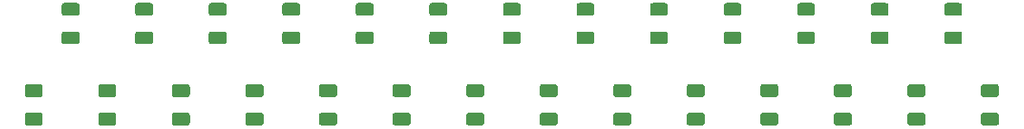
<source format=gtp>
G04 #@! TF.GenerationSoftware,KiCad,Pcbnew,(5.1.5-0)*
G04 #@! TF.CreationDate,2020-06-12T16:51:45+02:00*
G04 #@! TF.ProjectId,Divider2,44697669-6465-4723-922e-6b696361645f,rev?*
G04 #@! TF.SameCoordinates,Original*
G04 #@! TF.FileFunction,Paste,Top*
G04 #@! TF.FilePolarity,Positive*
%FSLAX46Y46*%
G04 Gerber Fmt 4.6, Leading zero omitted, Abs format (unit mm)*
G04 Created by KiCad (PCBNEW (5.1.5-0)) date 2020-06-12 16:51:45*
%MOMM*%
%LPD*%
G04 APERTURE LIST*
%ADD10C,0.100000*%
G04 APERTURE END LIST*
D10*
G36*
X193849504Y-96476204D02*
G01*
X193873773Y-96479804D01*
X193897571Y-96485765D01*
X193920671Y-96494030D01*
X193942849Y-96504520D01*
X193963893Y-96517133D01*
X193983598Y-96531747D01*
X194001777Y-96548223D01*
X194018253Y-96566402D01*
X194032867Y-96586107D01*
X194045480Y-96607151D01*
X194055970Y-96629329D01*
X194064235Y-96652429D01*
X194070196Y-96676227D01*
X194073796Y-96700496D01*
X194075000Y-96725000D01*
X194075000Y-97475000D01*
X194073796Y-97499504D01*
X194070196Y-97523773D01*
X194064235Y-97547571D01*
X194055970Y-97570671D01*
X194045480Y-97592849D01*
X194032867Y-97613893D01*
X194018253Y-97633598D01*
X194001777Y-97651777D01*
X193983598Y-97668253D01*
X193963893Y-97682867D01*
X193942849Y-97695480D01*
X193920671Y-97705970D01*
X193897571Y-97714235D01*
X193873773Y-97720196D01*
X193849504Y-97723796D01*
X193825000Y-97725000D01*
X192575000Y-97725000D01*
X192550496Y-97723796D01*
X192526227Y-97720196D01*
X192502429Y-97714235D01*
X192479329Y-97705970D01*
X192457151Y-97695480D01*
X192436107Y-97682867D01*
X192416402Y-97668253D01*
X192398223Y-97651777D01*
X192381747Y-97633598D01*
X192367133Y-97613893D01*
X192354520Y-97592849D01*
X192344030Y-97570671D01*
X192335765Y-97547571D01*
X192329804Y-97523773D01*
X192326204Y-97499504D01*
X192325000Y-97475000D01*
X192325000Y-96725000D01*
X192326204Y-96700496D01*
X192329804Y-96676227D01*
X192335765Y-96652429D01*
X192344030Y-96629329D01*
X192354520Y-96607151D01*
X192367133Y-96586107D01*
X192381747Y-96566402D01*
X192398223Y-96548223D01*
X192416402Y-96531747D01*
X192436107Y-96517133D01*
X192457151Y-96504520D01*
X192479329Y-96494030D01*
X192502429Y-96485765D01*
X192526227Y-96479804D01*
X192550496Y-96476204D01*
X192575000Y-96475000D01*
X193825000Y-96475000D01*
X193849504Y-96476204D01*
G37*
G36*
X193849504Y-93676204D02*
G01*
X193873773Y-93679804D01*
X193897571Y-93685765D01*
X193920671Y-93694030D01*
X193942849Y-93704520D01*
X193963893Y-93717133D01*
X193983598Y-93731747D01*
X194001777Y-93748223D01*
X194018253Y-93766402D01*
X194032867Y-93786107D01*
X194045480Y-93807151D01*
X194055970Y-93829329D01*
X194064235Y-93852429D01*
X194070196Y-93876227D01*
X194073796Y-93900496D01*
X194075000Y-93925000D01*
X194075000Y-94675000D01*
X194073796Y-94699504D01*
X194070196Y-94723773D01*
X194064235Y-94747571D01*
X194055970Y-94770671D01*
X194045480Y-94792849D01*
X194032867Y-94813893D01*
X194018253Y-94833598D01*
X194001777Y-94851777D01*
X193983598Y-94868253D01*
X193963893Y-94882867D01*
X193942849Y-94895480D01*
X193920671Y-94905970D01*
X193897571Y-94914235D01*
X193873773Y-94920196D01*
X193849504Y-94923796D01*
X193825000Y-94925000D01*
X192575000Y-94925000D01*
X192550496Y-94923796D01*
X192526227Y-94920196D01*
X192502429Y-94914235D01*
X192479329Y-94905970D01*
X192457151Y-94895480D01*
X192436107Y-94882867D01*
X192416402Y-94868253D01*
X192398223Y-94851777D01*
X192381747Y-94833598D01*
X192367133Y-94813893D01*
X192354520Y-94792849D01*
X192344030Y-94770671D01*
X192335765Y-94747571D01*
X192329804Y-94723773D01*
X192326204Y-94699504D01*
X192325000Y-94675000D01*
X192325000Y-93925000D01*
X192326204Y-93900496D01*
X192329804Y-93876227D01*
X192335765Y-93852429D01*
X192344030Y-93829329D01*
X192354520Y-93807151D01*
X192367133Y-93786107D01*
X192381747Y-93766402D01*
X192398223Y-93748223D01*
X192416402Y-93731747D01*
X192436107Y-93717133D01*
X192457151Y-93704520D01*
X192479329Y-93694030D01*
X192502429Y-93685765D01*
X192526227Y-93679804D01*
X192550496Y-93676204D01*
X192575000Y-93675000D01*
X193825000Y-93675000D01*
X193849504Y-93676204D01*
G37*
G36*
X190249504Y-88476204D02*
G01*
X190273773Y-88479804D01*
X190297571Y-88485765D01*
X190320671Y-88494030D01*
X190342849Y-88504520D01*
X190363893Y-88517133D01*
X190383598Y-88531747D01*
X190401777Y-88548223D01*
X190418253Y-88566402D01*
X190432867Y-88586107D01*
X190445480Y-88607151D01*
X190455970Y-88629329D01*
X190464235Y-88652429D01*
X190470196Y-88676227D01*
X190473796Y-88700496D01*
X190475000Y-88725000D01*
X190475000Y-89475000D01*
X190473796Y-89499504D01*
X190470196Y-89523773D01*
X190464235Y-89547571D01*
X190455970Y-89570671D01*
X190445480Y-89592849D01*
X190432867Y-89613893D01*
X190418253Y-89633598D01*
X190401777Y-89651777D01*
X190383598Y-89668253D01*
X190363893Y-89682867D01*
X190342849Y-89695480D01*
X190320671Y-89705970D01*
X190297571Y-89714235D01*
X190273773Y-89720196D01*
X190249504Y-89723796D01*
X190225000Y-89725000D01*
X188975000Y-89725000D01*
X188950496Y-89723796D01*
X188926227Y-89720196D01*
X188902429Y-89714235D01*
X188879329Y-89705970D01*
X188857151Y-89695480D01*
X188836107Y-89682867D01*
X188816402Y-89668253D01*
X188798223Y-89651777D01*
X188781747Y-89633598D01*
X188767133Y-89613893D01*
X188754520Y-89592849D01*
X188744030Y-89570671D01*
X188735765Y-89547571D01*
X188729804Y-89523773D01*
X188726204Y-89499504D01*
X188725000Y-89475000D01*
X188725000Y-88725000D01*
X188726204Y-88700496D01*
X188729804Y-88676227D01*
X188735765Y-88652429D01*
X188744030Y-88629329D01*
X188754520Y-88607151D01*
X188767133Y-88586107D01*
X188781747Y-88566402D01*
X188798223Y-88548223D01*
X188816402Y-88531747D01*
X188836107Y-88517133D01*
X188857151Y-88504520D01*
X188879329Y-88494030D01*
X188902429Y-88485765D01*
X188926227Y-88479804D01*
X188950496Y-88476204D01*
X188975000Y-88475000D01*
X190225000Y-88475000D01*
X190249504Y-88476204D01*
G37*
G36*
X190249504Y-85676204D02*
G01*
X190273773Y-85679804D01*
X190297571Y-85685765D01*
X190320671Y-85694030D01*
X190342849Y-85704520D01*
X190363893Y-85717133D01*
X190383598Y-85731747D01*
X190401777Y-85748223D01*
X190418253Y-85766402D01*
X190432867Y-85786107D01*
X190445480Y-85807151D01*
X190455970Y-85829329D01*
X190464235Y-85852429D01*
X190470196Y-85876227D01*
X190473796Y-85900496D01*
X190475000Y-85925000D01*
X190475000Y-86675000D01*
X190473796Y-86699504D01*
X190470196Y-86723773D01*
X190464235Y-86747571D01*
X190455970Y-86770671D01*
X190445480Y-86792849D01*
X190432867Y-86813893D01*
X190418253Y-86833598D01*
X190401777Y-86851777D01*
X190383598Y-86868253D01*
X190363893Y-86882867D01*
X190342849Y-86895480D01*
X190320671Y-86905970D01*
X190297571Y-86914235D01*
X190273773Y-86920196D01*
X190249504Y-86923796D01*
X190225000Y-86925000D01*
X188975000Y-86925000D01*
X188950496Y-86923796D01*
X188926227Y-86920196D01*
X188902429Y-86914235D01*
X188879329Y-86905970D01*
X188857151Y-86895480D01*
X188836107Y-86882867D01*
X188816402Y-86868253D01*
X188798223Y-86851777D01*
X188781747Y-86833598D01*
X188767133Y-86813893D01*
X188754520Y-86792849D01*
X188744030Y-86770671D01*
X188735765Y-86747571D01*
X188729804Y-86723773D01*
X188726204Y-86699504D01*
X188725000Y-86675000D01*
X188725000Y-85925000D01*
X188726204Y-85900496D01*
X188729804Y-85876227D01*
X188735765Y-85852429D01*
X188744030Y-85829329D01*
X188754520Y-85807151D01*
X188767133Y-85786107D01*
X188781747Y-85766402D01*
X188798223Y-85748223D01*
X188816402Y-85731747D01*
X188836107Y-85717133D01*
X188857151Y-85704520D01*
X188879329Y-85694030D01*
X188902429Y-85685765D01*
X188926227Y-85679804D01*
X188950496Y-85676204D01*
X188975000Y-85675000D01*
X190225000Y-85675000D01*
X190249504Y-85676204D01*
G37*
G36*
X183049504Y-88476204D02*
G01*
X183073773Y-88479804D01*
X183097571Y-88485765D01*
X183120671Y-88494030D01*
X183142849Y-88504520D01*
X183163893Y-88517133D01*
X183183598Y-88531747D01*
X183201777Y-88548223D01*
X183218253Y-88566402D01*
X183232867Y-88586107D01*
X183245480Y-88607151D01*
X183255970Y-88629329D01*
X183264235Y-88652429D01*
X183270196Y-88676227D01*
X183273796Y-88700496D01*
X183275000Y-88725000D01*
X183275000Y-89475000D01*
X183273796Y-89499504D01*
X183270196Y-89523773D01*
X183264235Y-89547571D01*
X183255970Y-89570671D01*
X183245480Y-89592849D01*
X183232867Y-89613893D01*
X183218253Y-89633598D01*
X183201777Y-89651777D01*
X183183598Y-89668253D01*
X183163893Y-89682867D01*
X183142849Y-89695480D01*
X183120671Y-89705970D01*
X183097571Y-89714235D01*
X183073773Y-89720196D01*
X183049504Y-89723796D01*
X183025000Y-89725000D01*
X181775000Y-89725000D01*
X181750496Y-89723796D01*
X181726227Y-89720196D01*
X181702429Y-89714235D01*
X181679329Y-89705970D01*
X181657151Y-89695480D01*
X181636107Y-89682867D01*
X181616402Y-89668253D01*
X181598223Y-89651777D01*
X181581747Y-89633598D01*
X181567133Y-89613893D01*
X181554520Y-89592849D01*
X181544030Y-89570671D01*
X181535765Y-89547571D01*
X181529804Y-89523773D01*
X181526204Y-89499504D01*
X181525000Y-89475000D01*
X181525000Y-88725000D01*
X181526204Y-88700496D01*
X181529804Y-88676227D01*
X181535765Y-88652429D01*
X181544030Y-88629329D01*
X181554520Y-88607151D01*
X181567133Y-88586107D01*
X181581747Y-88566402D01*
X181598223Y-88548223D01*
X181616402Y-88531747D01*
X181636107Y-88517133D01*
X181657151Y-88504520D01*
X181679329Y-88494030D01*
X181702429Y-88485765D01*
X181726227Y-88479804D01*
X181750496Y-88476204D01*
X181775000Y-88475000D01*
X183025000Y-88475000D01*
X183049504Y-88476204D01*
G37*
G36*
X183049504Y-85676204D02*
G01*
X183073773Y-85679804D01*
X183097571Y-85685765D01*
X183120671Y-85694030D01*
X183142849Y-85704520D01*
X183163893Y-85717133D01*
X183183598Y-85731747D01*
X183201777Y-85748223D01*
X183218253Y-85766402D01*
X183232867Y-85786107D01*
X183245480Y-85807151D01*
X183255970Y-85829329D01*
X183264235Y-85852429D01*
X183270196Y-85876227D01*
X183273796Y-85900496D01*
X183275000Y-85925000D01*
X183275000Y-86675000D01*
X183273796Y-86699504D01*
X183270196Y-86723773D01*
X183264235Y-86747571D01*
X183255970Y-86770671D01*
X183245480Y-86792849D01*
X183232867Y-86813893D01*
X183218253Y-86833598D01*
X183201777Y-86851777D01*
X183183598Y-86868253D01*
X183163893Y-86882867D01*
X183142849Y-86895480D01*
X183120671Y-86905970D01*
X183097571Y-86914235D01*
X183073773Y-86920196D01*
X183049504Y-86923796D01*
X183025000Y-86925000D01*
X181775000Y-86925000D01*
X181750496Y-86923796D01*
X181726227Y-86920196D01*
X181702429Y-86914235D01*
X181679329Y-86905970D01*
X181657151Y-86895480D01*
X181636107Y-86882867D01*
X181616402Y-86868253D01*
X181598223Y-86851777D01*
X181581747Y-86833598D01*
X181567133Y-86813893D01*
X181554520Y-86792849D01*
X181544030Y-86770671D01*
X181535765Y-86747571D01*
X181529804Y-86723773D01*
X181526204Y-86699504D01*
X181525000Y-86675000D01*
X181525000Y-85925000D01*
X181526204Y-85900496D01*
X181529804Y-85876227D01*
X181535765Y-85852429D01*
X181544030Y-85829329D01*
X181554520Y-85807151D01*
X181567133Y-85786107D01*
X181581747Y-85766402D01*
X181598223Y-85748223D01*
X181616402Y-85731747D01*
X181636107Y-85717133D01*
X181657151Y-85704520D01*
X181679329Y-85694030D01*
X181702429Y-85685765D01*
X181726227Y-85679804D01*
X181750496Y-85676204D01*
X181775000Y-85675000D01*
X183025000Y-85675000D01*
X183049504Y-85676204D01*
G37*
G36*
X175849504Y-88476204D02*
G01*
X175873773Y-88479804D01*
X175897571Y-88485765D01*
X175920671Y-88494030D01*
X175942849Y-88504520D01*
X175963893Y-88517133D01*
X175983598Y-88531747D01*
X176001777Y-88548223D01*
X176018253Y-88566402D01*
X176032867Y-88586107D01*
X176045480Y-88607151D01*
X176055970Y-88629329D01*
X176064235Y-88652429D01*
X176070196Y-88676227D01*
X176073796Y-88700496D01*
X176075000Y-88725000D01*
X176075000Y-89475000D01*
X176073796Y-89499504D01*
X176070196Y-89523773D01*
X176064235Y-89547571D01*
X176055970Y-89570671D01*
X176045480Y-89592849D01*
X176032867Y-89613893D01*
X176018253Y-89633598D01*
X176001777Y-89651777D01*
X175983598Y-89668253D01*
X175963893Y-89682867D01*
X175942849Y-89695480D01*
X175920671Y-89705970D01*
X175897571Y-89714235D01*
X175873773Y-89720196D01*
X175849504Y-89723796D01*
X175825000Y-89725000D01*
X174575000Y-89725000D01*
X174550496Y-89723796D01*
X174526227Y-89720196D01*
X174502429Y-89714235D01*
X174479329Y-89705970D01*
X174457151Y-89695480D01*
X174436107Y-89682867D01*
X174416402Y-89668253D01*
X174398223Y-89651777D01*
X174381747Y-89633598D01*
X174367133Y-89613893D01*
X174354520Y-89592849D01*
X174344030Y-89570671D01*
X174335765Y-89547571D01*
X174329804Y-89523773D01*
X174326204Y-89499504D01*
X174325000Y-89475000D01*
X174325000Y-88725000D01*
X174326204Y-88700496D01*
X174329804Y-88676227D01*
X174335765Y-88652429D01*
X174344030Y-88629329D01*
X174354520Y-88607151D01*
X174367133Y-88586107D01*
X174381747Y-88566402D01*
X174398223Y-88548223D01*
X174416402Y-88531747D01*
X174436107Y-88517133D01*
X174457151Y-88504520D01*
X174479329Y-88494030D01*
X174502429Y-88485765D01*
X174526227Y-88479804D01*
X174550496Y-88476204D01*
X174575000Y-88475000D01*
X175825000Y-88475000D01*
X175849504Y-88476204D01*
G37*
G36*
X175849504Y-85676204D02*
G01*
X175873773Y-85679804D01*
X175897571Y-85685765D01*
X175920671Y-85694030D01*
X175942849Y-85704520D01*
X175963893Y-85717133D01*
X175983598Y-85731747D01*
X176001777Y-85748223D01*
X176018253Y-85766402D01*
X176032867Y-85786107D01*
X176045480Y-85807151D01*
X176055970Y-85829329D01*
X176064235Y-85852429D01*
X176070196Y-85876227D01*
X176073796Y-85900496D01*
X176075000Y-85925000D01*
X176075000Y-86675000D01*
X176073796Y-86699504D01*
X176070196Y-86723773D01*
X176064235Y-86747571D01*
X176055970Y-86770671D01*
X176045480Y-86792849D01*
X176032867Y-86813893D01*
X176018253Y-86833598D01*
X176001777Y-86851777D01*
X175983598Y-86868253D01*
X175963893Y-86882867D01*
X175942849Y-86895480D01*
X175920671Y-86905970D01*
X175897571Y-86914235D01*
X175873773Y-86920196D01*
X175849504Y-86923796D01*
X175825000Y-86925000D01*
X174575000Y-86925000D01*
X174550496Y-86923796D01*
X174526227Y-86920196D01*
X174502429Y-86914235D01*
X174479329Y-86905970D01*
X174457151Y-86895480D01*
X174436107Y-86882867D01*
X174416402Y-86868253D01*
X174398223Y-86851777D01*
X174381747Y-86833598D01*
X174367133Y-86813893D01*
X174354520Y-86792849D01*
X174344030Y-86770671D01*
X174335765Y-86747571D01*
X174329804Y-86723773D01*
X174326204Y-86699504D01*
X174325000Y-86675000D01*
X174325000Y-85925000D01*
X174326204Y-85900496D01*
X174329804Y-85876227D01*
X174335765Y-85852429D01*
X174344030Y-85829329D01*
X174354520Y-85807151D01*
X174367133Y-85786107D01*
X174381747Y-85766402D01*
X174398223Y-85748223D01*
X174416402Y-85731747D01*
X174436107Y-85717133D01*
X174457151Y-85704520D01*
X174479329Y-85694030D01*
X174502429Y-85685765D01*
X174526227Y-85679804D01*
X174550496Y-85676204D01*
X174575000Y-85675000D01*
X175825000Y-85675000D01*
X175849504Y-85676204D01*
G37*
G36*
X168649504Y-88476204D02*
G01*
X168673773Y-88479804D01*
X168697571Y-88485765D01*
X168720671Y-88494030D01*
X168742849Y-88504520D01*
X168763893Y-88517133D01*
X168783598Y-88531747D01*
X168801777Y-88548223D01*
X168818253Y-88566402D01*
X168832867Y-88586107D01*
X168845480Y-88607151D01*
X168855970Y-88629329D01*
X168864235Y-88652429D01*
X168870196Y-88676227D01*
X168873796Y-88700496D01*
X168875000Y-88725000D01*
X168875000Y-89475000D01*
X168873796Y-89499504D01*
X168870196Y-89523773D01*
X168864235Y-89547571D01*
X168855970Y-89570671D01*
X168845480Y-89592849D01*
X168832867Y-89613893D01*
X168818253Y-89633598D01*
X168801777Y-89651777D01*
X168783598Y-89668253D01*
X168763893Y-89682867D01*
X168742849Y-89695480D01*
X168720671Y-89705970D01*
X168697571Y-89714235D01*
X168673773Y-89720196D01*
X168649504Y-89723796D01*
X168625000Y-89725000D01*
X167375000Y-89725000D01*
X167350496Y-89723796D01*
X167326227Y-89720196D01*
X167302429Y-89714235D01*
X167279329Y-89705970D01*
X167257151Y-89695480D01*
X167236107Y-89682867D01*
X167216402Y-89668253D01*
X167198223Y-89651777D01*
X167181747Y-89633598D01*
X167167133Y-89613893D01*
X167154520Y-89592849D01*
X167144030Y-89570671D01*
X167135765Y-89547571D01*
X167129804Y-89523773D01*
X167126204Y-89499504D01*
X167125000Y-89475000D01*
X167125000Y-88725000D01*
X167126204Y-88700496D01*
X167129804Y-88676227D01*
X167135765Y-88652429D01*
X167144030Y-88629329D01*
X167154520Y-88607151D01*
X167167133Y-88586107D01*
X167181747Y-88566402D01*
X167198223Y-88548223D01*
X167216402Y-88531747D01*
X167236107Y-88517133D01*
X167257151Y-88504520D01*
X167279329Y-88494030D01*
X167302429Y-88485765D01*
X167326227Y-88479804D01*
X167350496Y-88476204D01*
X167375000Y-88475000D01*
X168625000Y-88475000D01*
X168649504Y-88476204D01*
G37*
G36*
X168649504Y-85676204D02*
G01*
X168673773Y-85679804D01*
X168697571Y-85685765D01*
X168720671Y-85694030D01*
X168742849Y-85704520D01*
X168763893Y-85717133D01*
X168783598Y-85731747D01*
X168801777Y-85748223D01*
X168818253Y-85766402D01*
X168832867Y-85786107D01*
X168845480Y-85807151D01*
X168855970Y-85829329D01*
X168864235Y-85852429D01*
X168870196Y-85876227D01*
X168873796Y-85900496D01*
X168875000Y-85925000D01*
X168875000Y-86675000D01*
X168873796Y-86699504D01*
X168870196Y-86723773D01*
X168864235Y-86747571D01*
X168855970Y-86770671D01*
X168845480Y-86792849D01*
X168832867Y-86813893D01*
X168818253Y-86833598D01*
X168801777Y-86851777D01*
X168783598Y-86868253D01*
X168763893Y-86882867D01*
X168742849Y-86895480D01*
X168720671Y-86905970D01*
X168697571Y-86914235D01*
X168673773Y-86920196D01*
X168649504Y-86923796D01*
X168625000Y-86925000D01*
X167375000Y-86925000D01*
X167350496Y-86923796D01*
X167326227Y-86920196D01*
X167302429Y-86914235D01*
X167279329Y-86905970D01*
X167257151Y-86895480D01*
X167236107Y-86882867D01*
X167216402Y-86868253D01*
X167198223Y-86851777D01*
X167181747Y-86833598D01*
X167167133Y-86813893D01*
X167154520Y-86792849D01*
X167144030Y-86770671D01*
X167135765Y-86747571D01*
X167129804Y-86723773D01*
X167126204Y-86699504D01*
X167125000Y-86675000D01*
X167125000Y-85925000D01*
X167126204Y-85900496D01*
X167129804Y-85876227D01*
X167135765Y-85852429D01*
X167144030Y-85829329D01*
X167154520Y-85807151D01*
X167167133Y-85786107D01*
X167181747Y-85766402D01*
X167198223Y-85748223D01*
X167216402Y-85731747D01*
X167236107Y-85717133D01*
X167257151Y-85704520D01*
X167279329Y-85694030D01*
X167302429Y-85685765D01*
X167326227Y-85679804D01*
X167350496Y-85676204D01*
X167375000Y-85675000D01*
X168625000Y-85675000D01*
X168649504Y-85676204D01*
G37*
G36*
X161449504Y-88476204D02*
G01*
X161473773Y-88479804D01*
X161497571Y-88485765D01*
X161520671Y-88494030D01*
X161542849Y-88504520D01*
X161563893Y-88517133D01*
X161583598Y-88531747D01*
X161601777Y-88548223D01*
X161618253Y-88566402D01*
X161632867Y-88586107D01*
X161645480Y-88607151D01*
X161655970Y-88629329D01*
X161664235Y-88652429D01*
X161670196Y-88676227D01*
X161673796Y-88700496D01*
X161675000Y-88725000D01*
X161675000Y-89475000D01*
X161673796Y-89499504D01*
X161670196Y-89523773D01*
X161664235Y-89547571D01*
X161655970Y-89570671D01*
X161645480Y-89592849D01*
X161632867Y-89613893D01*
X161618253Y-89633598D01*
X161601777Y-89651777D01*
X161583598Y-89668253D01*
X161563893Y-89682867D01*
X161542849Y-89695480D01*
X161520671Y-89705970D01*
X161497571Y-89714235D01*
X161473773Y-89720196D01*
X161449504Y-89723796D01*
X161425000Y-89725000D01*
X160175000Y-89725000D01*
X160150496Y-89723796D01*
X160126227Y-89720196D01*
X160102429Y-89714235D01*
X160079329Y-89705970D01*
X160057151Y-89695480D01*
X160036107Y-89682867D01*
X160016402Y-89668253D01*
X159998223Y-89651777D01*
X159981747Y-89633598D01*
X159967133Y-89613893D01*
X159954520Y-89592849D01*
X159944030Y-89570671D01*
X159935765Y-89547571D01*
X159929804Y-89523773D01*
X159926204Y-89499504D01*
X159925000Y-89475000D01*
X159925000Y-88725000D01*
X159926204Y-88700496D01*
X159929804Y-88676227D01*
X159935765Y-88652429D01*
X159944030Y-88629329D01*
X159954520Y-88607151D01*
X159967133Y-88586107D01*
X159981747Y-88566402D01*
X159998223Y-88548223D01*
X160016402Y-88531747D01*
X160036107Y-88517133D01*
X160057151Y-88504520D01*
X160079329Y-88494030D01*
X160102429Y-88485765D01*
X160126227Y-88479804D01*
X160150496Y-88476204D01*
X160175000Y-88475000D01*
X161425000Y-88475000D01*
X161449504Y-88476204D01*
G37*
G36*
X161449504Y-85676204D02*
G01*
X161473773Y-85679804D01*
X161497571Y-85685765D01*
X161520671Y-85694030D01*
X161542849Y-85704520D01*
X161563893Y-85717133D01*
X161583598Y-85731747D01*
X161601777Y-85748223D01*
X161618253Y-85766402D01*
X161632867Y-85786107D01*
X161645480Y-85807151D01*
X161655970Y-85829329D01*
X161664235Y-85852429D01*
X161670196Y-85876227D01*
X161673796Y-85900496D01*
X161675000Y-85925000D01*
X161675000Y-86675000D01*
X161673796Y-86699504D01*
X161670196Y-86723773D01*
X161664235Y-86747571D01*
X161655970Y-86770671D01*
X161645480Y-86792849D01*
X161632867Y-86813893D01*
X161618253Y-86833598D01*
X161601777Y-86851777D01*
X161583598Y-86868253D01*
X161563893Y-86882867D01*
X161542849Y-86895480D01*
X161520671Y-86905970D01*
X161497571Y-86914235D01*
X161473773Y-86920196D01*
X161449504Y-86923796D01*
X161425000Y-86925000D01*
X160175000Y-86925000D01*
X160150496Y-86923796D01*
X160126227Y-86920196D01*
X160102429Y-86914235D01*
X160079329Y-86905970D01*
X160057151Y-86895480D01*
X160036107Y-86882867D01*
X160016402Y-86868253D01*
X159998223Y-86851777D01*
X159981747Y-86833598D01*
X159967133Y-86813893D01*
X159954520Y-86792849D01*
X159944030Y-86770671D01*
X159935765Y-86747571D01*
X159929804Y-86723773D01*
X159926204Y-86699504D01*
X159925000Y-86675000D01*
X159925000Y-85925000D01*
X159926204Y-85900496D01*
X159929804Y-85876227D01*
X159935765Y-85852429D01*
X159944030Y-85829329D01*
X159954520Y-85807151D01*
X159967133Y-85786107D01*
X159981747Y-85766402D01*
X159998223Y-85748223D01*
X160016402Y-85731747D01*
X160036107Y-85717133D01*
X160057151Y-85704520D01*
X160079329Y-85694030D01*
X160102429Y-85685765D01*
X160126227Y-85679804D01*
X160150496Y-85676204D01*
X160175000Y-85675000D01*
X161425000Y-85675000D01*
X161449504Y-85676204D01*
G37*
G36*
X154249504Y-88476204D02*
G01*
X154273773Y-88479804D01*
X154297571Y-88485765D01*
X154320671Y-88494030D01*
X154342849Y-88504520D01*
X154363893Y-88517133D01*
X154383598Y-88531747D01*
X154401777Y-88548223D01*
X154418253Y-88566402D01*
X154432867Y-88586107D01*
X154445480Y-88607151D01*
X154455970Y-88629329D01*
X154464235Y-88652429D01*
X154470196Y-88676227D01*
X154473796Y-88700496D01*
X154475000Y-88725000D01*
X154475000Y-89475000D01*
X154473796Y-89499504D01*
X154470196Y-89523773D01*
X154464235Y-89547571D01*
X154455970Y-89570671D01*
X154445480Y-89592849D01*
X154432867Y-89613893D01*
X154418253Y-89633598D01*
X154401777Y-89651777D01*
X154383598Y-89668253D01*
X154363893Y-89682867D01*
X154342849Y-89695480D01*
X154320671Y-89705970D01*
X154297571Y-89714235D01*
X154273773Y-89720196D01*
X154249504Y-89723796D01*
X154225000Y-89725000D01*
X152975000Y-89725000D01*
X152950496Y-89723796D01*
X152926227Y-89720196D01*
X152902429Y-89714235D01*
X152879329Y-89705970D01*
X152857151Y-89695480D01*
X152836107Y-89682867D01*
X152816402Y-89668253D01*
X152798223Y-89651777D01*
X152781747Y-89633598D01*
X152767133Y-89613893D01*
X152754520Y-89592849D01*
X152744030Y-89570671D01*
X152735765Y-89547571D01*
X152729804Y-89523773D01*
X152726204Y-89499504D01*
X152725000Y-89475000D01*
X152725000Y-88725000D01*
X152726204Y-88700496D01*
X152729804Y-88676227D01*
X152735765Y-88652429D01*
X152744030Y-88629329D01*
X152754520Y-88607151D01*
X152767133Y-88586107D01*
X152781747Y-88566402D01*
X152798223Y-88548223D01*
X152816402Y-88531747D01*
X152836107Y-88517133D01*
X152857151Y-88504520D01*
X152879329Y-88494030D01*
X152902429Y-88485765D01*
X152926227Y-88479804D01*
X152950496Y-88476204D01*
X152975000Y-88475000D01*
X154225000Y-88475000D01*
X154249504Y-88476204D01*
G37*
G36*
X154249504Y-85676204D02*
G01*
X154273773Y-85679804D01*
X154297571Y-85685765D01*
X154320671Y-85694030D01*
X154342849Y-85704520D01*
X154363893Y-85717133D01*
X154383598Y-85731747D01*
X154401777Y-85748223D01*
X154418253Y-85766402D01*
X154432867Y-85786107D01*
X154445480Y-85807151D01*
X154455970Y-85829329D01*
X154464235Y-85852429D01*
X154470196Y-85876227D01*
X154473796Y-85900496D01*
X154475000Y-85925000D01*
X154475000Y-86675000D01*
X154473796Y-86699504D01*
X154470196Y-86723773D01*
X154464235Y-86747571D01*
X154455970Y-86770671D01*
X154445480Y-86792849D01*
X154432867Y-86813893D01*
X154418253Y-86833598D01*
X154401777Y-86851777D01*
X154383598Y-86868253D01*
X154363893Y-86882867D01*
X154342849Y-86895480D01*
X154320671Y-86905970D01*
X154297571Y-86914235D01*
X154273773Y-86920196D01*
X154249504Y-86923796D01*
X154225000Y-86925000D01*
X152975000Y-86925000D01*
X152950496Y-86923796D01*
X152926227Y-86920196D01*
X152902429Y-86914235D01*
X152879329Y-86905970D01*
X152857151Y-86895480D01*
X152836107Y-86882867D01*
X152816402Y-86868253D01*
X152798223Y-86851777D01*
X152781747Y-86833598D01*
X152767133Y-86813893D01*
X152754520Y-86792849D01*
X152744030Y-86770671D01*
X152735765Y-86747571D01*
X152729804Y-86723773D01*
X152726204Y-86699504D01*
X152725000Y-86675000D01*
X152725000Y-85925000D01*
X152726204Y-85900496D01*
X152729804Y-85876227D01*
X152735765Y-85852429D01*
X152744030Y-85829329D01*
X152754520Y-85807151D01*
X152767133Y-85786107D01*
X152781747Y-85766402D01*
X152798223Y-85748223D01*
X152816402Y-85731747D01*
X152836107Y-85717133D01*
X152857151Y-85704520D01*
X152879329Y-85694030D01*
X152902429Y-85685765D01*
X152926227Y-85679804D01*
X152950496Y-85676204D01*
X152975000Y-85675000D01*
X154225000Y-85675000D01*
X154249504Y-85676204D01*
G37*
G36*
X147049504Y-88476204D02*
G01*
X147073773Y-88479804D01*
X147097571Y-88485765D01*
X147120671Y-88494030D01*
X147142849Y-88504520D01*
X147163893Y-88517133D01*
X147183598Y-88531747D01*
X147201777Y-88548223D01*
X147218253Y-88566402D01*
X147232867Y-88586107D01*
X147245480Y-88607151D01*
X147255970Y-88629329D01*
X147264235Y-88652429D01*
X147270196Y-88676227D01*
X147273796Y-88700496D01*
X147275000Y-88725000D01*
X147275000Y-89475000D01*
X147273796Y-89499504D01*
X147270196Y-89523773D01*
X147264235Y-89547571D01*
X147255970Y-89570671D01*
X147245480Y-89592849D01*
X147232867Y-89613893D01*
X147218253Y-89633598D01*
X147201777Y-89651777D01*
X147183598Y-89668253D01*
X147163893Y-89682867D01*
X147142849Y-89695480D01*
X147120671Y-89705970D01*
X147097571Y-89714235D01*
X147073773Y-89720196D01*
X147049504Y-89723796D01*
X147025000Y-89725000D01*
X145775000Y-89725000D01*
X145750496Y-89723796D01*
X145726227Y-89720196D01*
X145702429Y-89714235D01*
X145679329Y-89705970D01*
X145657151Y-89695480D01*
X145636107Y-89682867D01*
X145616402Y-89668253D01*
X145598223Y-89651777D01*
X145581747Y-89633598D01*
X145567133Y-89613893D01*
X145554520Y-89592849D01*
X145544030Y-89570671D01*
X145535765Y-89547571D01*
X145529804Y-89523773D01*
X145526204Y-89499504D01*
X145525000Y-89475000D01*
X145525000Y-88725000D01*
X145526204Y-88700496D01*
X145529804Y-88676227D01*
X145535765Y-88652429D01*
X145544030Y-88629329D01*
X145554520Y-88607151D01*
X145567133Y-88586107D01*
X145581747Y-88566402D01*
X145598223Y-88548223D01*
X145616402Y-88531747D01*
X145636107Y-88517133D01*
X145657151Y-88504520D01*
X145679329Y-88494030D01*
X145702429Y-88485765D01*
X145726227Y-88479804D01*
X145750496Y-88476204D01*
X145775000Y-88475000D01*
X147025000Y-88475000D01*
X147049504Y-88476204D01*
G37*
G36*
X147049504Y-85676204D02*
G01*
X147073773Y-85679804D01*
X147097571Y-85685765D01*
X147120671Y-85694030D01*
X147142849Y-85704520D01*
X147163893Y-85717133D01*
X147183598Y-85731747D01*
X147201777Y-85748223D01*
X147218253Y-85766402D01*
X147232867Y-85786107D01*
X147245480Y-85807151D01*
X147255970Y-85829329D01*
X147264235Y-85852429D01*
X147270196Y-85876227D01*
X147273796Y-85900496D01*
X147275000Y-85925000D01*
X147275000Y-86675000D01*
X147273796Y-86699504D01*
X147270196Y-86723773D01*
X147264235Y-86747571D01*
X147255970Y-86770671D01*
X147245480Y-86792849D01*
X147232867Y-86813893D01*
X147218253Y-86833598D01*
X147201777Y-86851777D01*
X147183598Y-86868253D01*
X147163893Y-86882867D01*
X147142849Y-86895480D01*
X147120671Y-86905970D01*
X147097571Y-86914235D01*
X147073773Y-86920196D01*
X147049504Y-86923796D01*
X147025000Y-86925000D01*
X145775000Y-86925000D01*
X145750496Y-86923796D01*
X145726227Y-86920196D01*
X145702429Y-86914235D01*
X145679329Y-86905970D01*
X145657151Y-86895480D01*
X145636107Y-86882867D01*
X145616402Y-86868253D01*
X145598223Y-86851777D01*
X145581747Y-86833598D01*
X145567133Y-86813893D01*
X145554520Y-86792849D01*
X145544030Y-86770671D01*
X145535765Y-86747571D01*
X145529804Y-86723773D01*
X145526204Y-86699504D01*
X145525000Y-86675000D01*
X145525000Y-85925000D01*
X145526204Y-85900496D01*
X145529804Y-85876227D01*
X145535765Y-85852429D01*
X145544030Y-85829329D01*
X145554520Y-85807151D01*
X145567133Y-85786107D01*
X145581747Y-85766402D01*
X145598223Y-85748223D01*
X145616402Y-85731747D01*
X145636107Y-85717133D01*
X145657151Y-85704520D01*
X145679329Y-85694030D01*
X145702429Y-85685765D01*
X145726227Y-85679804D01*
X145750496Y-85676204D01*
X145775000Y-85675000D01*
X147025000Y-85675000D01*
X147049504Y-85676204D01*
G37*
G36*
X139849504Y-88476204D02*
G01*
X139873773Y-88479804D01*
X139897571Y-88485765D01*
X139920671Y-88494030D01*
X139942849Y-88504520D01*
X139963893Y-88517133D01*
X139983598Y-88531747D01*
X140001777Y-88548223D01*
X140018253Y-88566402D01*
X140032867Y-88586107D01*
X140045480Y-88607151D01*
X140055970Y-88629329D01*
X140064235Y-88652429D01*
X140070196Y-88676227D01*
X140073796Y-88700496D01*
X140075000Y-88725000D01*
X140075000Y-89475000D01*
X140073796Y-89499504D01*
X140070196Y-89523773D01*
X140064235Y-89547571D01*
X140055970Y-89570671D01*
X140045480Y-89592849D01*
X140032867Y-89613893D01*
X140018253Y-89633598D01*
X140001777Y-89651777D01*
X139983598Y-89668253D01*
X139963893Y-89682867D01*
X139942849Y-89695480D01*
X139920671Y-89705970D01*
X139897571Y-89714235D01*
X139873773Y-89720196D01*
X139849504Y-89723796D01*
X139825000Y-89725000D01*
X138575000Y-89725000D01*
X138550496Y-89723796D01*
X138526227Y-89720196D01*
X138502429Y-89714235D01*
X138479329Y-89705970D01*
X138457151Y-89695480D01*
X138436107Y-89682867D01*
X138416402Y-89668253D01*
X138398223Y-89651777D01*
X138381747Y-89633598D01*
X138367133Y-89613893D01*
X138354520Y-89592849D01*
X138344030Y-89570671D01*
X138335765Y-89547571D01*
X138329804Y-89523773D01*
X138326204Y-89499504D01*
X138325000Y-89475000D01*
X138325000Y-88725000D01*
X138326204Y-88700496D01*
X138329804Y-88676227D01*
X138335765Y-88652429D01*
X138344030Y-88629329D01*
X138354520Y-88607151D01*
X138367133Y-88586107D01*
X138381747Y-88566402D01*
X138398223Y-88548223D01*
X138416402Y-88531747D01*
X138436107Y-88517133D01*
X138457151Y-88504520D01*
X138479329Y-88494030D01*
X138502429Y-88485765D01*
X138526227Y-88479804D01*
X138550496Y-88476204D01*
X138575000Y-88475000D01*
X139825000Y-88475000D01*
X139849504Y-88476204D01*
G37*
G36*
X139849504Y-85676204D02*
G01*
X139873773Y-85679804D01*
X139897571Y-85685765D01*
X139920671Y-85694030D01*
X139942849Y-85704520D01*
X139963893Y-85717133D01*
X139983598Y-85731747D01*
X140001777Y-85748223D01*
X140018253Y-85766402D01*
X140032867Y-85786107D01*
X140045480Y-85807151D01*
X140055970Y-85829329D01*
X140064235Y-85852429D01*
X140070196Y-85876227D01*
X140073796Y-85900496D01*
X140075000Y-85925000D01*
X140075000Y-86675000D01*
X140073796Y-86699504D01*
X140070196Y-86723773D01*
X140064235Y-86747571D01*
X140055970Y-86770671D01*
X140045480Y-86792849D01*
X140032867Y-86813893D01*
X140018253Y-86833598D01*
X140001777Y-86851777D01*
X139983598Y-86868253D01*
X139963893Y-86882867D01*
X139942849Y-86895480D01*
X139920671Y-86905970D01*
X139897571Y-86914235D01*
X139873773Y-86920196D01*
X139849504Y-86923796D01*
X139825000Y-86925000D01*
X138575000Y-86925000D01*
X138550496Y-86923796D01*
X138526227Y-86920196D01*
X138502429Y-86914235D01*
X138479329Y-86905970D01*
X138457151Y-86895480D01*
X138436107Y-86882867D01*
X138416402Y-86868253D01*
X138398223Y-86851777D01*
X138381747Y-86833598D01*
X138367133Y-86813893D01*
X138354520Y-86792849D01*
X138344030Y-86770671D01*
X138335765Y-86747571D01*
X138329804Y-86723773D01*
X138326204Y-86699504D01*
X138325000Y-86675000D01*
X138325000Y-85925000D01*
X138326204Y-85900496D01*
X138329804Y-85876227D01*
X138335765Y-85852429D01*
X138344030Y-85829329D01*
X138354520Y-85807151D01*
X138367133Y-85786107D01*
X138381747Y-85766402D01*
X138398223Y-85748223D01*
X138416402Y-85731747D01*
X138436107Y-85717133D01*
X138457151Y-85704520D01*
X138479329Y-85694030D01*
X138502429Y-85685765D01*
X138526227Y-85679804D01*
X138550496Y-85676204D01*
X138575000Y-85675000D01*
X139825000Y-85675000D01*
X139849504Y-85676204D01*
G37*
G36*
X132649504Y-88476204D02*
G01*
X132673773Y-88479804D01*
X132697571Y-88485765D01*
X132720671Y-88494030D01*
X132742849Y-88504520D01*
X132763893Y-88517133D01*
X132783598Y-88531747D01*
X132801777Y-88548223D01*
X132818253Y-88566402D01*
X132832867Y-88586107D01*
X132845480Y-88607151D01*
X132855970Y-88629329D01*
X132864235Y-88652429D01*
X132870196Y-88676227D01*
X132873796Y-88700496D01*
X132875000Y-88725000D01*
X132875000Y-89475000D01*
X132873796Y-89499504D01*
X132870196Y-89523773D01*
X132864235Y-89547571D01*
X132855970Y-89570671D01*
X132845480Y-89592849D01*
X132832867Y-89613893D01*
X132818253Y-89633598D01*
X132801777Y-89651777D01*
X132783598Y-89668253D01*
X132763893Y-89682867D01*
X132742849Y-89695480D01*
X132720671Y-89705970D01*
X132697571Y-89714235D01*
X132673773Y-89720196D01*
X132649504Y-89723796D01*
X132625000Y-89725000D01*
X131375000Y-89725000D01*
X131350496Y-89723796D01*
X131326227Y-89720196D01*
X131302429Y-89714235D01*
X131279329Y-89705970D01*
X131257151Y-89695480D01*
X131236107Y-89682867D01*
X131216402Y-89668253D01*
X131198223Y-89651777D01*
X131181747Y-89633598D01*
X131167133Y-89613893D01*
X131154520Y-89592849D01*
X131144030Y-89570671D01*
X131135765Y-89547571D01*
X131129804Y-89523773D01*
X131126204Y-89499504D01*
X131125000Y-89475000D01*
X131125000Y-88725000D01*
X131126204Y-88700496D01*
X131129804Y-88676227D01*
X131135765Y-88652429D01*
X131144030Y-88629329D01*
X131154520Y-88607151D01*
X131167133Y-88586107D01*
X131181747Y-88566402D01*
X131198223Y-88548223D01*
X131216402Y-88531747D01*
X131236107Y-88517133D01*
X131257151Y-88504520D01*
X131279329Y-88494030D01*
X131302429Y-88485765D01*
X131326227Y-88479804D01*
X131350496Y-88476204D01*
X131375000Y-88475000D01*
X132625000Y-88475000D01*
X132649504Y-88476204D01*
G37*
G36*
X132649504Y-85676204D02*
G01*
X132673773Y-85679804D01*
X132697571Y-85685765D01*
X132720671Y-85694030D01*
X132742849Y-85704520D01*
X132763893Y-85717133D01*
X132783598Y-85731747D01*
X132801777Y-85748223D01*
X132818253Y-85766402D01*
X132832867Y-85786107D01*
X132845480Y-85807151D01*
X132855970Y-85829329D01*
X132864235Y-85852429D01*
X132870196Y-85876227D01*
X132873796Y-85900496D01*
X132875000Y-85925000D01*
X132875000Y-86675000D01*
X132873796Y-86699504D01*
X132870196Y-86723773D01*
X132864235Y-86747571D01*
X132855970Y-86770671D01*
X132845480Y-86792849D01*
X132832867Y-86813893D01*
X132818253Y-86833598D01*
X132801777Y-86851777D01*
X132783598Y-86868253D01*
X132763893Y-86882867D01*
X132742849Y-86895480D01*
X132720671Y-86905970D01*
X132697571Y-86914235D01*
X132673773Y-86920196D01*
X132649504Y-86923796D01*
X132625000Y-86925000D01*
X131375000Y-86925000D01*
X131350496Y-86923796D01*
X131326227Y-86920196D01*
X131302429Y-86914235D01*
X131279329Y-86905970D01*
X131257151Y-86895480D01*
X131236107Y-86882867D01*
X131216402Y-86868253D01*
X131198223Y-86851777D01*
X131181747Y-86833598D01*
X131167133Y-86813893D01*
X131154520Y-86792849D01*
X131144030Y-86770671D01*
X131135765Y-86747571D01*
X131129804Y-86723773D01*
X131126204Y-86699504D01*
X131125000Y-86675000D01*
X131125000Y-85925000D01*
X131126204Y-85900496D01*
X131129804Y-85876227D01*
X131135765Y-85852429D01*
X131144030Y-85829329D01*
X131154520Y-85807151D01*
X131167133Y-85786107D01*
X131181747Y-85766402D01*
X131198223Y-85748223D01*
X131216402Y-85731747D01*
X131236107Y-85717133D01*
X131257151Y-85704520D01*
X131279329Y-85694030D01*
X131302429Y-85685765D01*
X131326227Y-85679804D01*
X131350496Y-85676204D01*
X131375000Y-85675000D01*
X132625000Y-85675000D01*
X132649504Y-85676204D01*
G37*
G36*
X125449504Y-88476204D02*
G01*
X125473773Y-88479804D01*
X125497571Y-88485765D01*
X125520671Y-88494030D01*
X125542849Y-88504520D01*
X125563893Y-88517133D01*
X125583598Y-88531747D01*
X125601777Y-88548223D01*
X125618253Y-88566402D01*
X125632867Y-88586107D01*
X125645480Y-88607151D01*
X125655970Y-88629329D01*
X125664235Y-88652429D01*
X125670196Y-88676227D01*
X125673796Y-88700496D01*
X125675000Y-88725000D01*
X125675000Y-89475000D01*
X125673796Y-89499504D01*
X125670196Y-89523773D01*
X125664235Y-89547571D01*
X125655970Y-89570671D01*
X125645480Y-89592849D01*
X125632867Y-89613893D01*
X125618253Y-89633598D01*
X125601777Y-89651777D01*
X125583598Y-89668253D01*
X125563893Y-89682867D01*
X125542849Y-89695480D01*
X125520671Y-89705970D01*
X125497571Y-89714235D01*
X125473773Y-89720196D01*
X125449504Y-89723796D01*
X125425000Y-89725000D01*
X124175000Y-89725000D01*
X124150496Y-89723796D01*
X124126227Y-89720196D01*
X124102429Y-89714235D01*
X124079329Y-89705970D01*
X124057151Y-89695480D01*
X124036107Y-89682867D01*
X124016402Y-89668253D01*
X123998223Y-89651777D01*
X123981747Y-89633598D01*
X123967133Y-89613893D01*
X123954520Y-89592849D01*
X123944030Y-89570671D01*
X123935765Y-89547571D01*
X123929804Y-89523773D01*
X123926204Y-89499504D01*
X123925000Y-89475000D01*
X123925000Y-88725000D01*
X123926204Y-88700496D01*
X123929804Y-88676227D01*
X123935765Y-88652429D01*
X123944030Y-88629329D01*
X123954520Y-88607151D01*
X123967133Y-88586107D01*
X123981747Y-88566402D01*
X123998223Y-88548223D01*
X124016402Y-88531747D01*
X124036107Y-88517133D01*
X124057151Y-88504520D01*
X124079329Y-88494030D01*
X124102429Y-88485765D01*
X124126227Y-88479804D01*
X124150496Y-88476204D01*
X124175000Y-88475000D01*
X125425000Y-88475000D01*
X125449504Y-88476204D01*
G37*
G36*
X125449504Y-85676204D02*
G01*
X125473773Y-85679804D01*
X125497571Y-85685765D01*
X125520671Y-85694030D01*
X125542849Y-85704520D01*
X125563893Y-85717133D01*
X125583598Y-85731747D01*
X125601777Y-85748223D01*
X125618253Y-85766402D01*
X125632867Y-85786107D01*
X125645480Y-85807151D01*
X125655970Y-85829329D01*
X125664235Y-85852429D01*
X125670196Y-85876227D01*
X125673796Y-85900496D01*
X125675000Y-85925000D01*
X125675000Y-86675000D01*
X125673796Y-86699504D01*
X125670196Y-86723773D01*
X125664235Y-86747571D01*
X125655970Y-86770671D01*
X125645480Y-86792849D01*
X125632867Y-86813893D01*
X125618253Y-86833598D01*
X125601777Y-86851777D01*
X125583598Y-86868253D01*
X125563893Y-86882867D01*
X125542849Y-86895480D01*
X125520671Y-86905970D01*
X125497571Y-86914235D01*
X125473773Y-86920196D01*
X125449504Y-86923796D01*
X125425000Y-86925000D01*
X124175000Y-86925000D01*
X124150496Y-86923796D01*
X124126227Y-86920196D01*
X124102429Y-86914235D01*
X124079329Y-86905970D01*
X124057151Y-86895480D01*
X124036107Y-86882867D01*
X124016402Y-86868253D01*
X123998223Y-86851777D01*
X123981747Y-86833598D01*
X123967133Y-86813893D01*
X123954520Y-86792849D01*
X123944030Y-86770671D01*
X123935765Y-86747571D01*
X123929804Y-86723773D01*
X123926204Y-86699504D01*
X123925000Y-86675000D01*
X123925000Y-85925000D01*
X123926204Y-85900496D01*
X123929804Y-85876227D01*
X123935765Y-85852429D01*
X123944030Y-85829329D01*
X123954520Y-85807151D01*
X123967133Y-85786107D01*
X123981747Y-85766402D01*
X123998223Y-85748223D01*
X124016402Y-85731747D01*
X124036107Y-85717133D01*
X124057151Y-85704520D01*
X124079329Y-85694030D01*
X124102429Y-85685765D01*
X124126227Y-85679804D01*
X124150496Y-85676204D01*
X124175000Y-85675000D01*
X125425000Y-85675000D01*
X125449504Y-85676204D01*
G37*
G36*
X118249504Y-88476204D02*
G01*
X118273773Y-88479804D01*
X118297571Y-88485765D01*
X118320671Y-88494030D01*
X118342849Y-88504520D01*
X118363893Y-88517133D01*
X118383598Y-88531747D01*
X118401777Y-88548223D01*
X118418253Y-88566402D01*
X118432867Y-88586107D01*
X118445480Y-88607151D01*
X118455970Y-88629329D01*
X118464235Y-88652429D01*
X118470196Y-88676227D01*
X118473796Y-88700496D01*
X118475000Y-88725000D01*
X118475000Y-89475000D01*
X118473796Y-89499504D01*
X118470196Y-89523773D01*
X118464235Y-89547571D01*
X118455970Y-89570671D01*
X118445480Y-89592849D01*
X118432867Y-89613893D01*
X118418253Y-89633598D01*
X118401777Y-89651777D01*
X118383598Y-89668253D01*
X118363893Y-89682867D01*
X118342849Y-89695480D01*
X118320671Y-89705970D01*
X118297571Y-89714235D01*
X118273773Y-89720196D01*
X118249504Y-89723796D01*
X118225000Y-89725000D01*
X116975000Y-89725000D01*
X116950496Y-89723796D01*
X116926227Y-89720196D01*
X116902429Y-89714235D01*
X116879329Y-89705970D01*
X116857151Y-89695480D01*
X116836107Y-89682867D01*
X116816402Y-89668253D01*
X116798223Y-89651777D01*
X116781747Y-89633598D01*
X116767133Y-89613893D01*
X116754520Y-89592849D01*
X116744030Y-89570671D01*
X116735765Y-89547571D01*
X116729804Y-89523773D01*
X116726204Y-89499504D01*
X116725000Y-89475000D01*
X116725000Y-88725000D01*
X116726204Y-88700496D01*
X116729804Y-88676227D01*
X116735765Y-88652429D01*
X116744030Y-88629329D01*
X116754520Y-88607151D01*
X116767133Y-88586107D01*
X116781747Y-88566402D01*
X116798223Y-88548223D01*
X116816402Y-88531747D01*
X116836107Y-88517133D01*
X116857151Y-88504520D01*
X116879329Y-88494030D01*
X116902429Y-88485765D01*
X116926227Y-88479804D01*
X116950496Y-88476204D01*
X116975000Y-88475000D01*
X118225000Y-88475000D01*
X118249504Y-88476204D01*
G37*
G36*
X118249504Y-85676204D02*
G01*
X118273773Y-85679804D01*
X118297571Y-85685765D01*
X118320671Y-85694030D01*
X118342849Y-85704520D01*
X118363893Y-85717133D01*
X118383598Y-85731747D01*
X118401777Y-85748223D01*
X118418253Y-85766402D01*
X118432867Y-85786107D01*
X118445480Y-85807151D01*
X118455970Y-85829329D01*
X118464235Y-85852429D01*
X118470196Y-85876227D01*
X118473796Y-85900496D01*
X118475000Y-85925000D01*
X118475000Y-86675000D01*
X118473796Y-86699504D01*
X118470196Y-86723773D01*
X118464235Y-86747571D01*
X118455970Y-86770671D01*
X118445480Y-86792849D01*
X118432867Y-86813893D01*
X118418253Y-86833598D01*
X118401777Y-86851777D01*
X118383598Y-86868253D01*
X118363893Y-86882867D01*
X118342849Y-86895480D01*
X118320671Y-86905970D01*
X118297571Y-86914235D01*
X118273773Y-86920196D01*
X118249504Y-86923796D01*
X118225000Y-86925000D01*
X116975000Y-86925000D01*
X116950496Y-86923796D01*
X116926227Y-86920196D01*
X116902429Y-86914235D01*
X116879329Y-86905970D01*
X116857151Y-86895480D01*
X116836107Y-86882867D01*
X116816402Y-86868253D01*
X116798223Y-86851777D01*
X116781747Y-86833598D01*
X116767133Y-86813893D01*
X116754520Y-86792849D01*
X116744030Y-86770671D01*
X116735765Y-86747571D01*
X116729804Y-86723773D01*
X116726204Y-86699504D01*
X116725000Y-86675000D01*
X116725000Y-85925000D01*
X116726204Y-85900496D01*
X116729804Y-85876227D01*
X116735765Y-85852429D01*
X116744030Y-85829329D01*
X116754520Y-85807151D01*
X116767133Y-85786107D01*
X116781747Y-85766402D01*
X116798223Y-85748223D01*
X116816402Y-85731747D01*
X116836107Y-85717133D01*
X116857151Y-85704520D01*
X116879329Y-85694030D01*
X116902429Y-85685765D01*
X116926227Y-85679804D01*
X116950496Y-85676204D01*
X116975000Y-85675000D01*
X118225000Y-85675000D01*
X118249504Y-85676204D01*
G37*
G36*
X111049504Y-88476204D02*
G01*
X111073773Y-88479804D01*
X111097571Y-88485765D01*
X111120671Y-88494030D01*
X111142849Y-88504520D01*
X111163893Y-88517133D01*
X111183598Y-88531747D01*
X111201777Y-88548223D01*
X111218253Y-88566402D01*
X111232867Y-88586107D01*
X111245480Y-88607151D01*
X111255970Y-88629329D01*
X111264235Y-88652429D01*
X111270196Y-88676227D01*
X111273796Y-88700496D01*
X111275000Y-88725000D01*
X111275000Y-89475000D01*
X111273796Y-89499504D01*
X111270196Y-89523773D01*
X111264235Y-89547571D01*
X111255970Y-89570671D01*
X111245480Y-89592849D01*
X111232867Y-89613893D01*
X111218253Y-89633598D01*
X111201777Y-89651777D01*
X111183598Y-89668253D01*
X111163893Y-89682867D01*
X111142849Y-89695480D01*
X111120671Y-89705970D01*
X111097571Y-89714235D01*
X111073773Y-89720196D01*
X111049504Y-89723796D01*
X111025000Y-89725000D01*
X109775000Y-89725000D01*
X109750496Y-89723796D01*
X109726227Y-89720196D01*
X109702429Y-89714235D01*
X109679329Y-89705970D01*
X109657151Y-89695480D01*
X109636107Y-89682867D01*
X109616402Y-89668253D01*
X109598223Y-89651777D01*
X109581747Y-89633598D01*
X109567133Y-89613893D01*
X109554520Y-89592849D01*
X109544030Y-89570671D01*
X109535765Y-89547571D01*
X109529804Y-89523773D01*
X109526204Y-89499504D01*
X109525000Y-89475000D01*
X109525000Y-88725000D01*
X109526204Y-88700496D01*
X109529804Y-88676227D01*
X109535765Y-88652429D01*
X109544030Y-88629329D01*
X109554520Y-88607151D01*
X109567133Y-88586107D01*
X109581747Y-88566402D01*
X109598223Y-88548223D01*
X109616402Y-88531747D01*
X109636107Y-88517133D01*
X109657151Y-88504520D01*
X109679329Y-88494030D01*
X109702429Y-88485765D01*
X109726227Y-88479804D01*
X109750496Y-88476204D01*
X109775000Y-88475000D01*
X111025000Y-88475000D01*
X111049504Y-88476204D01*
G37*
G36*
X111049504Y-85676204D02*
G01*
X111073773Y-85679804D01*
X111097571Y-85685765D01*
X111120671Y-85694030D01*
X111142849Y-85704520D01*
X111163893Y-85717133D01*
X111183598Y-85731747D01*
X111201777Y-85748223D01*
X111218253Y-85766402D01*
X111232867Y-85786107D01*
X111245480Y-85807151D01*
X111255970Y-85829329D01*
X111264235Y-85852429D01*
X111270196Y-85876227D01*
X111273796Y-85900496D01*
X111275000Y-85925000D01*
X111275000Y-86675000D01*
X111273796Y-86699504D01*
X111270196Y-86723773D01*
X111264235Y-86747571D01*
X111255970Y-86770671D01*
X111245480Y-86792849D01*
X111232867Y-86813893D01*
X111218253Y-86833598D01*
X111201777Y-86851777D01*
X111183598Y-86868253D01*
X111163893Y-86882867D01*
X111142849Y-86895480D01*
X111120671Y-86905970D01*
X111097571Y-86914235D01*
X111073773Y-86920196D01*
X111049504Y-86923796D01*
X111025000Y-86925000D01*
X109775000Y-86925000D01*
X109750496Y-86923796D01*
X109726227Y-86920196D01*
X109702429Y-86914235D01*
X109679329Y-86905970D01*
X109657151Y-86895480D01*
X109636107Y-86882867D01*
X109616402Y-86868253D01*
X109598223Y-86851777D01*
X109581747Y-86833598D01*
X109567133Y-86813893D01*
X109554520Y-86792849D01*
X109544030Y-86770671D01*
X109535765Y-86747571D01*
X109529804Y-86723773D01*
X109526204Y-86699504D01*
X109525000Y-86675000D01*
X109525000Y-85925000D01*
X109526204Y-85900496D01*
X109529804Y-85876227D01*
X109535765Y-85852429D01*
X109544030Y-85829329D01*
X109554520Y-85807151D01*
X109567133Y-85786107D01*
X109581747Y-85766402D01*
X109598223Y-85748223D01*
X109616402Y-85731747D01*
X109636107Y-85717133D01*
X109657151Y-85704520D01*
X109679329Y-85694030D01*
X109702429Y-85685765D01*
X109726227Y-85679804D01*
X109750496Y-85676204D01*
X109775000Y-85675000D01*
X111025000Y-85675000D01*
X111049504Y-85676204D01*
G37*
G36*
X103849504Y-88476204D02*
G01*
X103873773Y-88479804D01*
X103897571Y-88485765D01*
X103920671Y-88494030D01*
X103942849Y-88504520D01*
X103963893Y-88517133D01*
X103983598Y-88531747D01*
X104001777Y-88548223D01*
X104018253Y-88566402D01*
X104032867Y-88586107D01*
X104045480Y-88607151D01*
X104055970Y-88629329D01*
X104064235Y-88652429D01*
X104070196Y-88676227D01*
X104073796Y-88700496D01*
X104075000Y-88725000D01*
X104075000Y-89475000D01*
X104073796Y-89499504D01*
X104070196Y-89523773D01*
X104064235Y-89547571D01*
X104055970Y-89570671D01*
X104045480Y-89592849D01*
X104032867Y-89613893D01*
X104018253Y-89633598D01*
X104001777Y-89651777D01*
X103983598Y-89668253D01*
X103963893Y-89682867D01*
X103942849Y-89695480D01*
X103920671Y-89705970D01*
X103897571Y-89714235D01*
X103873773Y-89720196D01*
X103849504Y-89723796D01*
X103825000Y-89725000D01*
X102575000Y-89725000D01*
X102550496Y-89723796D01*
X102526227Y-89720196D01*
X102502429Y-89714235D01*
X102479329Y-89705970D01*
X102457151Y-89695480D01*
X102436107Y-89682867D01*
X102416402Y-89668253D01*
X102398223Y-89651777D01*
X102381747Y-89633598D01*
X102367133Y-89613893D01*
X102354520Y-89592849D01*
X102344030Y-89570671D01*
X102335765Y-89547571D01*
X102329804Y-89523773D01*
X102326204Y-89499504D01*
X102325000Y-89475000D01*
X102325000Y-88725000D01*
X102326204Y-88700496D01*
X102329804Y-88676227D01*
X102335765Y-88652429D01*
X102344030Y-88629329D01*
X102354520Y-88607151D01*
X102367133Y-88586107D01*
X102381747Y-88566402D01*
X102398223Y-88548223D01*
X102416402Y-88531747D01*
X102436107Y-88517133D01*
X102457151Y-88504520D01*
X102479329Y-88494030D01*
X102502429Y-88485765D01*
X102526227Y-88479804D01*
X102550496Y-88476204D01*
X102575000Y-88475000D01*
X103825000Y-88475000D01*
X103849504Y-88476204D01*
G37*
G36*
X103849504Y-85676204D02*
G01*
X103873773Y-85679804D01*
X103897571Y-85685765D01*
X103920671Y-85694030D01*
X103942849Y-85704520D01*
X103963893Y-85717133D01*
X103983598Y-85731747D01*
X104001777Y-85748223D01*
X104018253Y-85766402D01*
X104032867Y-85786107D01*
X104045480Y-85807151D01*
X104055970Y-85829329D01*
X104064235Y-85852429D01*
X104070196Y-85876227D01*
X104073796Y-85900496D01*
X104075000Y-85925000D01*
X104075000Y-86675000D01*
X104073796Y-86699504D01*
X104070196Y-86723773D01*
X104064235Y-86747571D01*
X104055970Y-86770671D01*
X104045480Y-86792849D01*
X104032867Y-86813893D01*
X104018253Y-86833598D01*
X104001777Y-86851777D01*
X103983598Y-86868253D01*
X103963893Y-86882867D01*
X103942849Y-86895480D01*
X103920671Y-86905970D01*
X103897571Y-86914235D01*
X103873773Y-86920196D01*
X103849504Y-86923796D01*
X103825000Y-86925000D01*
X102575000Y-86925000D01*
X102550496Y-86923796D01*
X102526227Y-86920196D01*
X102502429Y-86914235D01*
X102479329Y-86905970D01*
X102457151Y-86895480D01*
X102436107Y-86882867D01*
X102416402Y-86868253D01*
X102398223Y-86851777D01*
X102381747Y-86833598D01*
X102367133Y-86813893D01*
X102354520Y-86792849D01*
X102344030Y-86770671D01*
X102335765Y-86747571D01*
X102329804Y-86723773D01*
X102326204Y-86699504D01*
X102325000Y-86675000D01*
X102325000Y-85925000D01*
X102326204Y-85900496D01*
X102329804Y-85876227D01*
X102335765Y-85852429D01*
X102344030Y-85829329D01*
X102354520Y-85807151D01*
X102367133Y-85786107D01*
X102381747Y-85766402D01*
X102398223Y-85748223D01*
X102416402Y-85731747D01*
X102436107Y-85717133D01*
X102457151Y-85704520D01*
X102479329Y-85694030D01*
X102502429Y-85685765D01*
X102526227Y-85679804D01*
X102550496Y-85676204D01*
X102575000Y-85675000D01*
X103825000Y-85675000D01*
X103849504Y-85676204D01*
G37*
G36*
X186649504Y-93676204D02*
G01*
X186673773Y-93679804D01*
X186697571Y-93685765D01*
X186720671Y-93694030D01*
X186742849Y-93704520D01*
X186763893Y-93717133D01*
X186783598Y-93731747D01*
X186801777Y-93748223D01*
X186818253Y-93766402D01*
X186832867Y-93786107D01*
X186845480Y-93807151D01*
X186855970Y-93829329D01*
X186864235Y-93852429D01*
X186870196Y-93876227D01*
X186873796Y-93900496D01*
X186875000Y-93925000D01*
X186875000Y-94675000D01*
X186873796Y-94699504D01*
X186870196Y-94723773D01*
X186864235Y-94747571D01*
X186855970Y-94770671D01*
X186845480Y-94792849D01*
X186832867Y-94813893D01*
X186818253Y-94833598D01*
X186801777Y-94851777D01*
X186783598Y-94868253D01*
X186763893Y-94882867D01*
X186742849Y-94895480D01*
X186720671Y-94905970D01*
X186697571Y-94914235D01*
X186673773Y-94920196D01*
X186649504Y-94923796D01*
X186625000Y-94925000D01*
X185375000Y-94925000D01*
X185350496Y-94923796D01*
X185326227Y-94920196D01*
X185302429Y-94914235D01*
X185279329Y-94905970D01*
X185257151Y-94895480D01*
X185236107Y-94882867D01*
X185216402Y-94868253D01*
X185198223Y-94851777D01*
X185181747Y-94833598D01*
X185167133Y-94813893D01*
X185154520Y-94792849D01*
X185144030Y-94770671D01*
X185135765Y-94747571D01*
X185129804Y-94723773D01*
X185126204Y-94699504D01*
X185125000Y-94675000D01*
X185125000Y-93925000D01*
X185126204Y-93900496D01*
X185129804Y-93876227D01*
X185135765Y-93852429D01*
X185144030Y-93829329D01*
X185154520Y-93807151D01*
X185167133Y-93786107D01*
X185181747Y-93766402D01*
X185198223Y-93748223D01*
X185216402Y-93731747D01*
X185236107Y-93717133D01*
X185257151Y-93704520D01*
X185279329Y-93694030D01*
X185302429Y-93685765D01*
X185326227Y-93679804D01*
X185350496Y-93676204D01*
X185375000Y-93675000D01*
X186625000Y-93675000D01*
X186649504Y-93676204D01*
G37*
G36*
X186649504Y-96476204D02*
G01*
X186673773Y-96479804D01*
X186697571Y-96485765D01*
X186720671Y-96494030D01*
X186742849Y-96504520D01*
X186763893Y-96517133D01*
X186783598Y-96531747D01*
X186801777Y-96548223D01*
X186818253Y-96566402D01*
X186832867Y-96586107D01*
X186845480Y-96607151D01*
X186855970Y-96629329D01*
X186864235Y-96652429D01*
X186870196Y-96676227D01*
X186873796Y-96700496D01*
X186875000Y-96725000D01*
X186875000Y-97475000D01*
X186873796Y-97499504D01*
X186870196Y-97523773D01*
X186864235Y-97547571D01*
X186855970Y-97570671D01*
X186845480Y-97592849D01*
X186832867Y-97613893D01*
X186818253Y-97633598D01*
X186801777Y-97651777D01*
X186783598Y-97668253D01*
X186763893Y-97682867D01*
X186742849Y-97695480D01*
X186720671Y-97705970D01*
X186697571Y-97714235D01*
X186673773Y-97720196D01*
X186649504Y-97723796D01*
X186625000Y-97725000D01*
X185375000Y-97725000D01*
X185350496Y-97723796D01*
X185326227Y-97720196D01*
X185302429Y-97714235D01*
X185279329Y-97705970D01*
X185257151Y-97695480D01*
X185236107Y-97682867D01*
X185216402Y-97668253D01*
X185198223Y-97651777D01*
X185181747Y-97633598D01*
X185167133Y-97613893D01*
X185154520Y-97592849D01*
X185144030Y-97570671D01*
X185135765Y-97547571D01*
X185129804Y-97523773D01*
X185126204Y-97499504D01*
X185125000Y-97475000D01*
X185125000Y-96725000D01*
X185126204Y-96700496D01*
X185129804Y-96676227D01*
X185135765Y-96652429D01*
X185144030Y-96629329D01*
X185154520Y-96607151D01*
X185167133Y-96586107D01*
X185181747Y-96566402D01*
X185198223Y-96548223D01*
X185216402Y-96531747D01*
X185236107Y-96517133D01*
X185257151Y-96504520D01*
X185279329Y-96494030D01*
X185302429Y-96485765D01*
X185326227Y-96479804D01*
X185350496Y-96476204D01*
X185375000Y-96475000D01*
X186625000Y-96475000D01*
X186649504Y-96476204D01*
G37*
G36*
X179449504Y-96476204D02*
G01*
X179473773Y-96479804D01*
X179497571Y-96485765D01*
X179520671Y-96494030D01*
X179542849Y-96504520D01*
X179563893Y-96517133D01*
X179583598Y-96531747D01*
X179601777Y-96548223D01*
X179618253Y-96566402D01*
X179632867Y-96586107D01*
X179645480Y-96607151D01*
X179655970Y-96629329D01*
X179664235Y-96652429D01*
X179670196Y-96676227D01*
X179673796Y-96700496D01*
X179675000Y-96725000D01*
X179675000Y-97475000D01*
X179673796Y-97499504D01*
X179670196Y-97523773D01*
X179664235Y-97547571D01*
X179655970Y-97570671D01*
X179645480Y-97592849D01*
X179632867Y-97613893D01*
X179618253Y-97633598D01*
X179601777Y-97651777D01*
X179583598Y-97668253D01*
X179563893Y-97682867D01*
X179542849Y-97695480D01*
X179520671Y-97705970D01*
X179497571Y-97714235D01*
X179473773Y-97720196D01*
X179449504Y-97723796D01*
X179425000Y-97725000D01*
X178175000Y-97725000D01*
X178150496Y-97723796D01*
X178126227Y-97720196D01*
X178102429Y-97714235D01*
X178079329Y-97705970D01*
X178057151Y-97695480D01*
X178036107Y-97682867D01*
X178016402Y-97668253D01*
X177998223Y-97651777D01*
X177981747Y-97633598D01*
X177967133Y-97613893D01*
X177954520Y-97592849D01*
X177944030Y-97570671D01*
X177935765Y-97547571D01*
X177929804Y-97523773D01*
X177926204Y-97499504D01*
X177925000Y-97475000D01*
X177925000Y-96725000D01*
X177926204Y-96700496D01*
X177929804Y-96676227D01*
X177935765Y-96652429D01*
X177944030Y-96629329D01*
X177954520Y-96607151D01*
X177967133Y-96586107D01*
X177981747Y-96566402D01*
X177998223Y-96548223D01*
X178016402Y-96531747D01*
X178036107Y-96517133D01*
X178057151Y-96504520D01*
X178079329Y-96494030D01*
X178102429Y-96485765D01*
X178126227Y-96479804D01*
X178150496Y-96476204D01*
X178175000Y-96475000D01*
X179425000Y-96475000D01*
X179449504Y-96476204D01*
G37*
G36*
X179449504Y-93676204D02*
G01*
X179473773Y-93679804D01*
X179497571Y-93685765D01*
X179520671Y-93694030D01*
X179542849Y-93704520D01*
X179563893Y-93717133D01*
X179583598Y-93731747D01*
X179601777Y-93748223D01*
X179618253Y-93766402D01*
X179632867Y-93786107D01*
X179645480Y-93807151D01*
X179655970Y-93829329D01*
X179664235Y-93852429D01*
X179670196Y-93876227D01*
X179673796Y-93900496D01*
X179675000Y-93925000D01*
X179675000Y-94675000D01*
X179673796Y-94699504D01*
X179670196Y-94723773D01*
X179664235Y-94747571D01*
X179655970Y-94770671D01*
X179645480Y-94792849D01*
X179632867Y-94813893D01*
X179618253Y-94833598D01*
X179601777Y-94851777D01*
X179583598Y-94868253D01*
X179563893Y-94882867D01*
X179542849Y-94895480D01*
X179520671Y-94905970D01*
X179497571Y-94914235D01*
X179473773Y-94920196D01*
X179449504Y-94923796D01*
X179425000Y-94925000D01*
X178175000Y-94925000D01*
X178150496Y-94923796D01*
X178126227Y-94920196D01*
X178102429Y-94914235D01*
X178079329Y-94905970D01*
X178057151Y-94895480D01*
X178036107Y-94882867D01*
X178016402Y-94868253D01*
X177998223Y-94851777D01*
X177981747Y-94833598D01*
X177967133Y-94813893D01*
X177954520Y-94792849D01*
X177944030Y-94770671D01*
X177935765Y-94747571D01*
X177929804Y-94723773D01*
X177926204Y-94699504D01*
X177925000Y-94675000D01*
X177925000Y-93925000D01*
X177926204Y-93900496D01*
X177929804Y-93876227D01*
X177935765Y-93852429D01*
X177944030Y-93829329D01*
X177954520Y-93807151D01*
X177967133Y-93786107D01*
X177981747Y-93766402D01*
X177998223Y-93748223D01*
X178016402Y-93731747D01*
X178036107Y-93717133D01*
X178057151Y-93704520D01*
X178079329Y-93694030D01*
X178102429Y-93685765D01*
X178126227Y-93679804D01*
X178150496Y-93676204D01*
X178175000Y-93675000D01*
X179425000Y-93675000D01*
X179449504Y-93676204D01*
G37*
G36*
X172249504Y-96476204D02*
G01*
X172273773Y-96479804D01*
X172297571Y-96485765D01*
X172320671Y-96494030D01*
X172342849Y-96504520D01*
X172363893Y-96517133D01*
X172383598Y-96531747D01*
X172401777Y-96548223D01*
X172418253Y-96566402D01*
X172432867Y-96586107D01*
X172445480Y-96607151D01*
X172455970Y-96629329D01*
X172464235Y-96652429D01*
X172470196Y-96676227D01*
X172473796Y-96700496D01*
X172475000Y-96725000D01*
X172475000Y-97475000D01*
X172473796Y-97499504D01*
X172470196Y-97523773D01*
X172464235Y-97547571D01*
X172455970Y-97570671D01*
X172445480Y-97592849D01*
X172432867Y-97613893D01*
X172418253Y-97633598D01*
X172401777Y-97651777D01*
X172383598Y-97668253D01*
X172363893Y-97682867D01*
X172342849Y-97695480D01*
X172320671Y-97705970D01*
X172297571Y-97714235D01*
X172273773Y-97720196D01*
X172249504Y-97723796D01*
X172225000Y-97725000D01*
X170975000Y-97725000D01*
X170950496Y-97723796D01*
X170926227Y-97720196D01*
X170902429Y-97714235D01*
X170879329Y-97705970D01*
X170857151Y-97695480D01*
X170836107Y-97682867D01*
X170816402Y-97668253D01*
X170798223Y-97651777D01*
X170781747Y-97633598D01*
X170767133Y-97613893D01*
X170754520Y-97592849D01*
X170744030Y-97570671D01*
X170735765Y-97547571D01*
X170729804Y-97523773D01*
X170726204Y-97499504D01*
X170725000Y-97475000D01*
X170725000Y-96725000D01*
X170726204Y-96700496D01*
X170729804Y-96676227D01*
X170735765Y-96652429D01*
X170744030Y-96629329D01*
X170754520Y-96607151D01*
X170767133Y-96586107D01*
X170781747Y-96566402D01*
X170798223Y-96548223D01*
X170816402Y-96531747D01*
X170836107Y-96517133D01*
X170857151Y-96504520D01*
X170879329Y-96494030D01*
X170902429Y-96485765D01*
X170926227Y-96479804D01*
X170950496Y-96476204D01*
X170975000Y-96475000D01*
X172225000Y-96475000D01*
X172249504Y-96476204D01*
G37*
G36*
X172249504Y-93676204D02*
G01*
X172273773Y-93679804D01*
X172297571Y-93685765D01*
X172320671Y-93694030D01*
X172342849Y-93704520D01*
X172363893Y-93717133D01*
X172383598Y-93731747D01*
X172401777Y-93748223D01*
X172418253Y-93766402D01*
X172432867Y-93786107D01*
X172445480Y-93807151D01*
X172455970Y-93829329D01*
X172464235Y-93852429D01*
X172470196Y-93876227D01*
X172473796Y-93900496D01*
X172475000Y-93925000D01*
X172475000Y-94675000D01*
X172473796Y-94699504D01*
X172470196Y-94723773D01*
X172464235Y-94747571D01*
X172455970Y-94770671D01*
X172445480Y-94792849D01*
X172432867Y-94813893D01*
X172418253Y-94833598D01*
X172401777Y-94851777D01*
X172383598Y-94868253D01*
X172363893Y-94882867D01*
X172342849Y-94895480D01*
X172320671Y-94905970D01*
X172297571Y-94914235D01*
X172273773Y-94920196D01*
X172249504Y-94923796D01*
X172225000Y-94925000D01*
X170975000Y-94925000D01*
X170950496Y-94923796D01*
X170926227Y-94920196D01*
X170902429Y-94914235D01*
X170879329Y-94905970D01*
X170857151Y-94895480D01*
X170836107Y-94882867D01*
X170816402Y-94868253D01*
X170798223Y-94851777D01*
X170781747Y-94833598D01*
X170767133Y-94813893D01*
X170754520Y-94792849D01*
X170744030Y-94770671D01*
X170735765Y-94747571D01*
X170729804Y-94723773D01*
X170726204Y-94699504D01*
X170725000Y-94675000D01*
X170725000Y-93925000D01*
X170726204Y-93900496D01*
X170729804Y-93876227D01*
X170735765Y-93852429D01*
X170744030Y-93829329D01*
X170754520Y-93807151D01*
X170767133Y-93786107D01*
X170781747Y-93766402D01*
X170798223Y-93748223D01*
X170816402Y-93731747D01*
X170836107Y-93717133D01*
X170857151Y-93704520D01*
X170879329Y-93694030D01*
X170902429Y-93685765D01*
X170926227Y-93679804D01*
X170950496Y-93676204D01*
X170975000Y-93675000D01*
X172225000Y-93675000D01*
X172249504Y-93676204D01*
G37*
G36*
X165049504Y-96476204D02*
G01*
X165073773Y-96479804D01*
X165097571Y-96485765D01*
X165120671Y-96494030D01*
X165142849Y-96504520D01*
X165163893Y-96517133D01*
X165183598Y-96531747D01*
X165201777Y-96548223D01*
X165218253Y-96566402D01*
X165232867Y-96586107D01*
X165245480Y-96607151D01*
X165255970Y-96629329D01*
X165264235Y-96652429D01*
X165270196Y-96676227D01*
X165273796Y-96700496D01*
X165275000Y-96725000D01*
X165275000Y-97475000D01*
X165273796Y-97499504D01*
X165270196Y-97523773D01*
X165264235Y-97547571D01*
X165255970Y-97570671D01*
X165245480Y-97592849D01*
X165232867Y-97613893D01*
X165218253Y-97633598D01*
X165201777Y-97651777D01*
X165183598Y-97668253D01*
X165163893Y-97682867D01*
X165142849Y-97695480D01*
X165120671Y-97705970D01*
X165097571Y-97714235D01*
X165073773Y-97720196D01*
X165049504Y-97723796D01*
X165025000Y-97725000D01*
X163775000Y-97725000D01*
X163750496Y-97723796D01*
X163726227Y-97720196D01*
X163702429Y-97714235D01*
X163679329Y-97705970D01*
X163657151Y-97695480D01*
X163636107Y-97682867D01*
X163616402Y-97668253D01*
X163598223Y-97651777D01*
X163581747Y-97633598D01*
X163567133Y-97613893D01*
X163554520Y-97592849D01*
X163544030Y-97570671D01*
X163535765Y-97547571D01*
X163529804Y-97523773D01*
X163526204Y-97499504D01*
X163525000Y-97475000D01*
X163525000Y-96725000D01*
X163526204Y-96700496D01*
X163529804Y-96676227D01*
X163535765Y-96652429D01*
X163544030Y-96629329D01*
X163554520Y-96607151D01*
X163567133Y-96586107D01*
X163581747Y-96566402D01*
X163598223Y-96548223D01*
X163616402Y-96531747D01*
X163636107Y-96517133D01*
X163657151Y-96504520D01*
X163679329Y-96494030D01*
X163702429Y-96485765D01*
X163726227Y-96479804D01*
X163750496Y-96476204D01*
X163775000Y-96475000D01*
X165025000Y-96475000D01*
X165049504Y-96476204D01*
G37*
G36*
X165049504Y-93676204D02*
G01*
X165073773Y-93679804D01*
X165097571Y-93685765D01*
X165120671Y-93694030D01*
X165142849Y-93704520D01*
X165163893Y-93717133D01*
X165183598Y-93731747D01*
X165201777Y-93748223D01*
X165218253Y-93766402D01*
X165232867Y-93786107D01*
X165245480Y-93807151D01*
X165255970Y-93829329D01*
X165264235Y-93852429D01*
X165270196Y-93876227D01*
X165273796Y-93900496D01*
X165275000Y-93925000D01*
X165275000Y-94675000D01*
X165273796Y-94699504D01*
X165270196Y-94723773D01*
X165264235Y-94747571D01*
X165255970Y-94770671D01*
X165245480Y-94792849D01*
X165232867Y-94813893D01*
X165218253Y-94833598D01*
X165201777Y-94851777D01*
X165183598Y-94868253D01*
X165163893Y-94882867D01*
X165142849Y-94895480D01*
X165120671Y-94905970D01*
X165097571Y-94914235D01*
X165073773Y-94920196D01*
X165049504Y-94923796D01*
X165025000Y-94925000D01*
X163775000Y-94925000D01*
X163750496Y-94923796D01*
X163726227Y-94920196D01*
X163702429Y-94914235D01*
X163679329Y-94905970D01*
X163657151Y-94895480D01*
X163636107Y-94882867D01*
X163616402Y-94868253D01*
X163598223Y-94851777D01*
X163581747Y-94833598D01*
X163567133Y-94813893D01*
X163554520Y-94792849D01*
X163544030Y-94770671D01*
X163535765Y-94747571D01*
X163529804Y-94723773D01*
X163526204Y-94699504D01*
X163525000Y-94675000D01*
X163525000Y-93925000D01*
X163526204Y-93900496D01*
X163529804Y-93876227D01*
X163535765Y-93852429D01*
X163544030Y-93829329D01*
X163554520Y-93807151D01*
X163567133Y-93786107D01*
X163581747Y-93766402D01*
X163598223Y-93748223D01*
X163616402Y-93731747D01*
X163636107Y-93717133D01*
X163657151Y-93704520D01*
X163679329Y-93694030D01*
X163702429Y-93685765D01*
X163726227Y-93679804D01*
X163750496Y-93676204D01*
X163775000Y-93675000D01*
X165025000Y-93675000D01*
X165049504Y-93676204D01*
G37*
G36*
X157849504Y-96476204D02*
G01*
X157873773Y-96479804D01*
X157897571Y-96485765D01*
X157920671Y-96494030D01*
X157942849Y-96504520D01*
X157963893Y-96517133D01*
X157983598Y-96531747D01*
X158001777Y-96548223D01*
X158018253Y-96566402D01*
X158032867Y-96586107D01*
X158045480Y-96607151D01*
X158055970Y-96629329D01*
X158064235Y-96652429D01*
X158070196Y-96676227D01*
X158073796Y-96700496D01*
X158075000Y-96725000D01*
X158075000Y-97475000D01*
X158073796Y-97499504D01*
X158070196Y-97523773D01*
X158064235Y-97547571D01*
X158055970Y-97570671D01*
X158045480Y-97592849D01*
X158032867Y-97613893D01*
X158018253Y-97633598D01*
X158001777Y-97651777D01*
X157983598Y-97668253D01*
X157963893Y-97682867D01*
X157942849Y-97695480D01*
X157920671Y-97705970D01*
X157897571Y-97714235D01*
X157873773Y-97720196D01*
X157849504Y-97723796D01*
X157825000Y-97725000D01*
X156575000Y-97725000D01*
X156550496Y-97723796D01*
X156526227Y-97720196D01*
X156502429Y-97714235D01*
X156479329Y-97705970D01*
X156457151Y-97695480D01*
X156436107Y-97682867D01*
X156416402Y-97668253D01*
X156398223Y-97651777D01*
X156381747Y-97633598D01*
X156367133Y-97613893D01*
X156354520Y-97592849D01*
X156344030Y-97570671D01*
X156335765Y-97547571D01*
X156329804Y-97523773D01*
X156326204Y-97499504D01*
X156325000Y-97475000D01*
X156325000Y-96725000D01*
X156326204Y-96700496D01*
X156329804Y-96676227D01*
X156335765Y-96652429D01*
X156344030Y-96629329D01*
X156354520Y-96607151D01*
X156367133Y-96586107D01*
X156381747Y-96566402D01*
X156398223Y-96548223D01*
X156416402Y-96531747D01*
X156436107Y-96517133D01*
X156457151Y-96504520D01*
X156479329Y-96494030D01*
X156502429Y-96485765D01*
X156526227Y-96479804D01*
X156550496Y-96476204D01*
X156575000Y-96475000D01*
X157825000Y-96475000D01*
X157849504Y-96476204D01*
G37*
G36*
X157849504Y-93676204D02*
G01*
X157873773Y-93679804D01*
X157897571Y-93685765D01*
X157920671Y-93694030D01*
X157942849Y-93704520D01*
X157963893Y-93717133D01*
X157983598Y-93731747D01*
X158001777Y-93748223D01*
X158018253Y-93766402D01*
X158032867Y-93786107D01*
X158045480Y-93807151D01*
X158055970Y-93829329D01*
X158064235Y-93852429D01*
X158070196Y-93876227D01*
X158073796Y-93900496D01*
X158075000Y-93925000D01*
X158075000Y-94675000D01*
X158073796Y-94699504D01*
X158070196Y-94723773D01*
X158064235Y-94747571D01*
X158055970Y-94770671D01*
X158045480Y-94792849D01*
X158032867Y-94813893D01*
X158018253Y-94833598D01*
X158001777Y-94851777D01*
X157983598Y-94868253D01*
X157963893Y-94882867D01*
X157942849Y-94895480D01*
X157920671Y-94905970D01*
X157897571Y-94914235D01*
X157873773Y-94920196D01*
X157849504Y-94923796D01*
X157825000Y-94925000D01*
X156575000Y-94925000D01*
X156550496Y-94923796D01*
X156526227Y-94920196D01*
X156502429Y-94914235D01*
X156479329Y-94905970D01*
X156457151Y-94895480D01*
X156436107Y-94882867D01*
X156416402Y-94868253D01*
X156398223Y-94851777D01*
X156381747Y-94833598D01*
X156367133Y-94813893D01*
X156354520Y-94792849D01*
X156344030Y-94770671D01*
X156335765Y-94747571D01*
X156329804Y-94723773D01*
X156326204Y-94699504D01*
X156325000Y-94675000D01*
X156325000Y-93925000D01*
X156326204Y-93900496D01*
X156329804Y-93876227D01*
X156335765Y-93852429D01*
X156344030Y-93829329D01*
X156354520Y-93807151D01*
X156367133Y-93786107D01*
X156381747Y-93766402D01*
X156398223Y-93748223D01*
X156416402Y-93731747D01*
X156436107Y-93717133D01*
X156457151Y-93704520D01*
X156479329Y-93694030D01*
X156502429Y-93685765D01*
X156526227Y-93679804D01*
X156550496Y-93676204D01*
X156575000Y-93675000D01*
X157825000Y-93675000D01*
X157849504Y-93676204D01*
G37*
G36*
X150649504Y-96476204D02*
G01*
X150673773Y-96479804D01*
X150697571Y-96485765D01*
X150720671Y-96494030D01*
X150742849Y-96504520D01*
X150763893Y-96517133D01*
X150783598Y-96531747D01*
X150801777Y-96548223D01*
X150818253Y-96566402D01*
X150832867Y-96586107D01*
X150845480Y-96607151D01*
X150855970Y-96629329D01*
X150864235Y-96652429D01*
X150870196Y-96676227D01*
X150873796Y-96700496D01*
X150875000Y-96725000D01*
X150875000Y-97475000D01*
X150873796Y-97499504D01*
X150870196Y-97523773D01*
X150864235Y-97547571D01*
X150855970Y-97570671D01*
X150845480Y-97592849D01*
X150832867Y-97613893D01*
X150818253Y-97633598D01*
X150801777Y-97651777D01*
X150783598Y-97668253D01*
X150763893Y-97682867D01*
X150742849Y-97695480D01*
X150720671Y-97705970D01*
X150697571Y-97714235D01*
X150673773Y-97720196D01*
X150649504Y-97723796D01*
X150625000Y-97725000D01*
X149375000Y-97725000D01*
X149350496Y-97723796D01*
X149326227Y-97720196D01*
X149302429Y-97714235D01*
X149279329Y-97705970D01*
X149257151Y-97695480D01*
X149236107Y-97682867D01*
X149216402Y-97668253D01*
X149198223Y-97651777D01*
X149181747Y-97633598D01*
X149167133Y-97613893D01*
X149154520Y-97592849D01*
X149144030Y-97570671D01*
X149135765Y-97547571D01*
X149129804Y-97523773D01*
X149126204Y-97499504D01*
X149125000Y-97475000D01*
X149125000Y-96725000D01*
X149126204Y-96700496D01*
X149129804Y-96676227D01*
X149135765Y-96652429D01*
X149144030Y-96629329D01*
X149154520Y-96607151D01*
X149167133Y-96586107D01*
X149181747Y-96566402D01*
X149198223Y-96548223D01*
X149216402Y-96531747D01*
X149236107Y-96517133D01*
X149257151Y-96504520D01*
X149279329Y-96494030D01*
X149302429Y-96485765D01*
X149326227Y-96479804D01*
X149350496Y-96476204D01*
X149375000Y-96475000D01*
X150625000Y-96475000D01*
X150649504Y-96476204D01*
G37*
G36*
X150649504Y-93676204D02*
G01*
X150673773Y-93679804D01*
X150697571Y-93685765D01*
X150720671Y-93694030D01*
X150742849Y-93704520D01*
X150763893Y-93717133D01*
X150783598Y-93731747D01*
X150801777Y-93748223D01*
X150818253Y-93766402D01*
X150832867Y-93786107D01*
X150845480Y-93807151D01*
X150855970Y-93829329D01*
X150864235Y-93852429D01*
X150870196Y-93876227D01*
X150873796Y-93900496D01*
X150875000Y-93925000D01*
X150875000Y-94675000D01*
X150873796Y-94699504D01*
X150870196Y-94723773D01*
X150864235Y-94747571D01*
X150855970Y-94770671D01*
X150845480Y-94792849D01*
X150832867Y-94813893D01*
X150818253Y-94833598D01*
X150801777Y-94851777D01*
X150783598Y-94868253D01*
X150763893Y-94882867D01*
X150742849Y-94895480D01*
X150720671Y-94905970D01*
X150697571Y-94914235D01*
X150673773Y-94920196D01*
X150649504Y-94923796D01*
X150625000Y-94925000D01*
X149375000Y-94925000D01*
X149350496Y-94923796D01*
X149326227Y-94920196D01*
X149302429Y-94914235D01*
X149279329Y-94905970D01*
X149257151Y-94895480D01*
X149236107Y-94882867D01*
X149216402Y-94868253D01*
X149198223Y-94851777D01*
X149181747Y-94833598D01*
X149167133Y-94813893D01*
X149154520Y-94792849D01*
X149144030Y-94770671D01*
X149135765Y-94747571D01*
X149129804Y-94723773D01*
X149126204Y-94699504D01*
X149125000Y-94675000D01*
X149125000Y-93925000D01*
X149126204Y-93900496D01*
X149129804Y-93876227D01*
X149135765Y-93852429D01*
X149144030Y-93829329D01*
X149154520Y-93807151D01*
X149167133Y-93786107D01*
X149181747Y-93766402D01*
X149198223Y-93748223D01*
X149216402Y-93731747D01*
X149236107Y-93717133D01*
X149257151Y-93704520D01*
X149279329Y-93694030D01*
X149302429Y-93685765D01*
X149326227Y-93679804D01*
X149350496Y-93676204D01*
X149375000Y-93675000D01*
X150625000Y-93675000D01*
X150649504Y-93676204D01*
G37*
G36*
X143449504Y-96476204D02*
G01*
X143473773Y-96479804D01*
X143497571Y-96485765D01*
X143520671Y-96494030D01*
X143542849Y-96504520D01*
X143563893Y-96517133D01*
X143583598Y-96531747D01*
X143601777Y-96548223D01*
X143618253Y-96566402D01*
X143632867Y-96586107D01*
X143645480Y-96607151D01*
X143655970Y-96629329D01*
X143664235Y-96652429D01*
X143670196Y-96676227D01*
X143673796Y-96700496D01*
X143675000Y-96725000D01*
X143675000Y-97475000D01*
X143673796Y-97499504D01*
X143670196Y-97523773D01*
X143664235Y-97547571D01*
X143655970Y-97570671D01*
X143645480Y-97592849D01*
X143632867Y-97613893D01*
X143618253Y-97633598D01*
X143601777Y-97651777D01*
X143583598Y-97668253D01*
X143563893Y-97682867D01*
X143542849Y-97695480D01*
X143520671Y-97705970D01*
X143497571Y-97714235D01*
X143473773Y-97720196D01*
X143449504Y-97723796D01*
X143425000Y-97725000D01*
X142175000Y-97725000D01*
X142150496Y-97723796D01*
X142126227Y-97720196D01*
X142102429Y-97714235D01*
X142079329Y-97705970D01*
X142057151Y-97695480D01*
X142036107Y-97682867D01*
X142016402Y-97668253D01*
X141998223Y-97651777D01*
X141981747Y-97633598D01*
X141967133Y-97613893D01*
X141954520Y-97592849D01*
X141944030Y-97570671D01*
X141935765Y-97547571D01*
X141929804Y-97523773D01*
X141926204Y-97499504D01*
X141925000Y-97475000D01*
X141925000Y-96725000D01*
X141926204Y-96700496D01*
X141929804Y-96676227D01*
X141935765Y-96652429D01*
X141944030Y-96629329D01*
X141954520Y-96607151D01*
X141967133Y-96586107D01*
X141981747Y-96566402D01*
X141998223Y-96548223D01*
X142016402Y-96531747D01*
X142036107Y-96517133D01*
X142057151Y-96504520D01*
X142079329Y-96494030D01*
X142102429Y-96485765D01*
X142126227Y-96479804D01*
X142150496Y-96476204D01*
X142175000Y-96475000D01*
X143425000Y-96475000D01*
X143449504Y-96476204D01*
G37*
G36*
X143449504Y-93676204D02*
G01*
X143473773Y-93679804D01*
X143497571Y-93685765D01*
X143520671Y-93694030D01*
X143542849Y-93704520D01*
X143563893Y-93717133D01*
X143583598Y-93731747D01*
X143601777Y-93748223D01*
X143618253Y-93766402D01*
X143632867Y-93786107D01*
X143645480Y-93807151D01*
X143655970Y-93829329D01*
X143664235Y-93852429D01*
X143670196Y-93876227D01*
X143673796Y-93900496D01*
X143675000Y-93925000D01*
X143675000Y-94675000D01*
X143673796Y-94699504D01*
X143670196Y-94723773D01*
X143664235Y-94747571D01*
X143655970Y-94770671D01*
X143645480Y-94792849D01*
X143632867Y-94813893D01*
X143618253Y-94833598D01*
X143601777Y-94851777D01*
X143583598Y-94868253D01*
X143563893Y-94882867D01*
X143542849Y-94895480D01*
X143520671Y-94905970D01*
X143497571Y-94914235D01*
X143473773Y-94920196D01*
X143449504Y-94923796D01*
X143425000Y-94925000D01*
X142175000Y-94925000D01*
X142150496Y-94923796D01*
X142126227Y-94920196D01*
X142102429Y-94914235D01*
X142079329Y-94905970D01*
X142057151Y-94895480D01*
X142036107Y-94882867D01*
X142016402Y-94868253D01*
X141998223Y-94851777D01*
X141981747Y-94833598D01*
X141967133Y-94813893D01*
X141954520Y-94792849D01*
X141944030Y-94770671D01*
X141935765Y-94747571D01*
X141929804Y-94723773D01*
X141926204Y-94699504D01*
X141925000Y-94675000D01*
X141925000Y-93925000D01*
X141926204Y-93900496D01*
X141929804Y-93876227D01*
X141935765Y-93852429D01*
X141944030Y-93829329D01*
X141954520Y-93807151D01*
X141967133Y-93786107D01*
X141981747Y-93766402D01*
X141998223Y-93748223D01*
X142016402Y-93731747D01*
X142036107Y-93717133D01*
X142057151Y-93704520D01*
X142079329Y-93694030D01*
X142102429Y-93685765D01*
X142126227Y-93679804D01*
X142150496Y-93676204D01*
X142175000Y-93675000D01*
X143425000Y-93675000D01*
X143449504Y-93676204D01*
G37*
G36*
X136249504Y-96476204D02*
G01*
X136273773Y-96479804D01*
X136297571Y-96485765D01*
X136320671Y-96494030D01*
X136342849Y-96504520D01*
X136363893Y-96517133D01*
X136383598Y-96531747D01*
X136401777Y-96548223D01*
X136418253Y-96566402D01*
X136432867Y-96586107D01*
X136445480Y-96607151D01*
X136455970Y-96629329D01*
X136464235Y-96652429D01*
X136470196Y-96676227D01*
X136473796Y-96700496D01*
X136475000Y-96725000D01*
X136475000Y-97475000D01*
X136473796Y-97499504D01*
X136470196Y-97523773D01*
X136464235Y-97547571D01*
X136455970Y-97570671D01*
X136445480Y-97592849D01*
X136432867Y-97613893D01*
X136418253Y-97633598D01*
X136401777Y-97651777D01*
X136383598Y-97668253D01*
X136363893Y-97682867D01*
X136342849Y-97695480D01*
X136320671Y-97705970D01*
X136297571Y-97714235D01*
X136273773Y-97720196D01*
X136249504Y-97723796D01*
X136225000Y-97725000D01*
X134975000Y-97725000D01*
X134950496Y-97723796D01*
X134926227Y-97720196D01*
X134902429Y-97714235D01*
X134879329Y-97705970D01*
X134857151Y-97695480D01*
X134836107Y-97682867D01*
X134816402Y-97668253D01*
X134798223Y-97651777D01*
X134781747Y-97633598D01*
X134767133Y-97613893D01*
X134754520Y-97592849D01*
X134744030Y-97570671D01*
X134735765Y-97547571D01*
X134729804Y-97523773D01*
X134726204Y-97499504D01*
X134725000Y-97475000D01*
X134725000Y-96725000D01*
X134726204Y-96700496D01*
X134729804Y-96676227D01*
X134735765Y-96652429D01*
X134744030Y-96629329D01*
X134754520Y-96607151D01*
X134767133Y-96586107D01*
X134781747Y-96566402D01*
X134798223Y-96548223D01*
X134816402Y-96531747D01*
X134836107Y-96517133D01*
X134857151Y-96504520D01*
X134879329Y-96494030D01*
X134902429Y-96485765D01*
X134926227Y-96479804D01*
X134950496Y-96476204D01*
X134975000Y-96475000D01*
X136225000Y-96475000D01*
X136249504Y-96476204D01*
G37*
G36*
X136249504Y-93676204D02*
G01*
X136273773Y-93679804D01*
X136297571Y-93685765D01*
X136320671Y-93694030D01*
X136342849Y-93704520D01*
X136363893Y-93717133D01*
X136383598Y-93731747D01*
X136401777Y-93748223D01*
X136418253Y-93766402D01*
X136432867Y-93786107D01*
X136445480Y-93807151D01*
X136455970Y-93829329D01*
X136464235Y-93852429D01*
X136470196Y-93876227D01*
X136473796Y-93900496D01*
X136475000Y-93925000D01*
X136475000Y-94675000D01*
X136473796Y-94699504D01*
X136470196Y-94723773D01*
X136464235Y-94747571D01*
X136455970Y-94770671D01*
X136445480Y-94792849D01*
X136432867Y-94813893D01*
X136418253Y-94833598D01*
X136401777Y-94851777D01*
X136383598Y-94868253D01*
X136363893Y-94882867D01*
X136342849Y-94895480D01*
X136320671Y-94905970D01*
X136297571Y-94914235D01*
X136273773Y-94920196D01*
X136249504Y-94923796D01*
X136225000Y-94925000D01*
X134975000Y-94925000D01*
X134950496Y-94923796D01*
X134926227Y-94920196D01*
X134902429Y-94914235D01*
X134879329Y-94905970D01*
X134857151Y-94895480D01*
X134836107Y-94882867D01*
X134816402Y-94868253D01*
X134798223Y-94851777D01*
X134781747Y-94833598D01*
X134767133Y-94813893D01*
X134754520Y-94792849D01*
X134744030Y-94770671D01*
X134735765Y-94747571D01*
X134729804Y-94723773D01*
X134726204Y-94699504D01*
X134725000Y-94675000D01*
X134725000Y-93925000D01*
X134726204Y-93900496D01*
X134729804Y-93876227D01*
X134735765Y-93852429D01*
X134744030Y-93829329D01*
X134754520Y-93807151D01*
X134767133Y-93786107D01*
X134781747Y-93766402D01*
X134798223Y-93748223D01*
X134816402Y-93731747D01*
X134836107Y-93717133D01*
X134857151Y-93704520D01*
X134879329Y-93694030D01*
X134902429Y-93685765D01*
X134926227Y-93679804D01*
X134950496Y-93676204D01*
X134975000Y-93675000D01*
X136225000Y-93675000D01*
X136249504Y-93676204D01*
G37*
G36*
X129049504Y-96476204D02*
G01*
X129073773Y-96479804D01*
X129097571Y-96485765D01*
X129120671Y-96494030D01*
X129142849Y-96504520D01*
X129163893Y-96517133D01*
X129183598Y-96531747D01*
X129201777Y-96548223D01*
X129218253Y-96566402D01*
X129232867Y-96586107D01*
X129245480Y-96607151D01*
X129255970Y-96629329D01*
X129264235Y-96652429D01*
X129270196Y-96676227D01*
X129273796Y-96700496D01*
X129275000Y-96725000D01*
X129275000Y-97475000D01*
X129273796Y-97499504D01*
X129270196Y-97523773D01*
X129264235Y-97547571D01*
X129255970Y-97570671D01*
X129245480Y-97592849D01*
X129232867Y-97613893D01*
X129218253Y-97633598D01*
X129201777Y-97651777D01*
X129183598Y-97668253D01*
X129163893Y-97682867D01*
X129142849Y-97695480D01*
X129120671Y-97705970D01*
X129097571Y-97714235D01*
X129073773Y-97720196D01*
X129049504Y-97723796D01*
X129025000Y-97725000D01*
X127775000Y-97725000D01*
X127750496Y-97723796D01*
X127726227Y-97720196D01*
X127702429Y-97714235D01*
X127679329Y-97705970D01*
X127657151Y-97695480D01*
X127636107Y-97682867D01*
X127616402Y-97668253D01*
X127598223Y-97651777D01*
X127581747Y-97633598D01*
X127567133Y-97613893D01*
X127554520Y-97592849D01*
X127544030Y-97570671D01*
X127535765Y-97547571D01*
X127529804Y-97523773D01*
X127526204Y-97499504D01*
X127525000Y-97475000D01*
X127525000Y-96725000D01*
X127526204Y-96700496D01*
X127529804Y-96676227D01*
X127535765Y-96652429D01*
X127544030Y-96629329D01*
X127554520Y-96607151D01*
X127567133Y-96586107D01*
X127581747Y-96566402D01*
X127598223Y-96548223D01*
X127616402Y-96531747D01*
X127636107Y-96517133D01*
X127657151Y-96504520D01*
X127679329Y-96494030D01*
X127702429Y-96485765D01*
X127726227Y-96479804D01*
X127750496Y-96476204D01*
X127775000Y-96475000D01*
X129025000Y-96475000D01*
X129049504Y-96476204D01*
G37*
G36*
X129049504Y-93676204D02*
G01*
X129073773Y-93679804D01*
X129097571Y-93685765D01*
X129120671Y-93694030D01*
X129142849Y-93704520D01*
X129163893Y-93717133D01*
X129183598Y-93731747D01*
X129201777Y-93748223D01*
X129218253Y-93766402D01*
X129232867Y-93786107D01*
X129245480Y-93807151D01*
X129255970Y-93829329D01*
X129264235Y-93852429D01*
X129270196Y-93876227D01*
X129273796Y-93900496D01*
X129275000Y-93925000D01*
X129275000Y-94675000D01*
X129273796Y-94699504D01*
X129270196Y-94723773D01*
X129264235Y-94747571D01*
X129255970Y-94770671D01*
X129245480Y-94792849D01*
X129232867Y-94813893D01*
X129218253Y-94833598D01*
X129201777Y-94851777D01*
X129183598Y-94868253D01*
X129163893Y-94882867D01*
X129142849Y-94895480D01*
X129120671Y-94905970D01*
X129097571Y-94914235D01*
X129073773Y-94920196D01*
X129049504Y-94923796D01*
X129025000Y-94925000D01*
X127775000Y-94925000D01*
X127750496Y-94923796D01*
X127726227Y-94920196D01*
X127702429Y-94914235D01*
X127679329Y-94905970D01*
X127657151Y-94895480D01*
X127636107Y-94882867D01*
X127616402Y-94868253D01*
X127598223Y-94851777D01*
X127581747Y-94833598D01*
X127567133Y-94813893D01*
X127554520Y-94792849D01*
X127544030Y-94770671D01*
X127535765Y-94747571D01*
X127529804Y-94723773D01*
X127526204Y-94699504D01*
X127525000Y-94675000D01*
X127525000Y-93925000D01*
X127526204Y-93900496D01*
X127529804Y-93876227D01*
X127535765Y-93852429D01*
X127544030Y-93829329D01*
X127554520Y-93807151D01*
X127567133Y-93786107D01*
X127581747Y-93766402D01*
X127598223Y-93748223D01*
X127616402Y-93731747D01*
X127636107Y-93717133D01*
X127657151Y-93704520D01*
X127679329Y-93694030D01*
X127702429Y-93685765D01*
X127726227Y-93679804D01*
X127750496Y-93676204D01*
X127775000Y-93675000D01*
X129025000Y-93675000D01*
X129049504Y-93676204D01*
G37*
G36*
X121849504Y-96476204D02*
G01*
X121873773Y-96479804D01*
X121897571Y-96485765D01*
X121920671Y-96494030D01*
X121942849Y-96504520D01*
X121963893Y-96517133D01*
X121983598Y-96531747D01*
X122001777Y-96548223D01*
X122018253Y-96566402D01*
X122032867Y-96586107D01*
X122045480Y-96607151D01*
X122055970Y-96629329D01*
X122064235Y-96652429D01*
X122070196Y-96676227D01*
X122073796Y-96700496D01*
X122075000Y-96725000D01*
X122075000Y-97475000D01*
X122073796Y-97499504D01*
X122070196Y-97523773D01*
X122064235Y-97547571D01*
X122055970Y-97570671D01*
X122045480Y-97592849D01*
X122032867Y-97613893D01*
X122018253Y-97633598D01*
X122001777Y-97651777D01*
X121983598Y-97668253D01*
X121963893Y-97682867D01*
X121942849Y-97695480D01*
X121920671Y-97705970D01*
X121897571Y-97714235D01*
X121873773Y-97720196D01*
X121849504Y-97723796D01*
X121825000Y-97725000D01*
X120575000Y-97725000D01*
X120550496Y-97723796D01*
X120526227Y-97720196D01*
X120502429Y-97714235D01*
X120479329Y-97705970D01*
X120457151Y-97695480D01*
X120436107Y-97682867D01*
X120416402Y-97668253D01*
X120398223Y-97651777D01*
X120381747Y-97633598D01*
X120367133Y-97613893D01*
X120354520Y-97592849D01*
X120344030Y-97570671D01*
X120335765Y-97547571D01*
X120329804Y-97523773D01*
X120326204Y-97499504D01*
X120325000Y-97475000D01*
X120325000Y-96725000D01*
X120326204Y-96700496D01*
X120329804Y-96676227D01*
X120335765Y-96652429D01*
X120344030Y-96629329D01*
X120354520Y-96607151D01*
X120367133Y-96586107D01*
X120381747Y-96566402D01*
X120398223Y-96548223D01*
X120416402Y-96531747D01*
X120436107Y-96517133D01*
X120457151Y-96504520D01*
X120479329Y-96494030D01*
X120502429Y-96485765D01*
X120526227Y-96479804D01*
X120550496Y-96476204D01*
X120575000Y-96475000D01*
X121825000Y-96475000D01*
X121849504Y-96476204D01*
G37*
G36*
X121849504Y-93676204D02*
G01*
X121873773Y-93679804D01*
X121897571Y-93685765D01*
X121920671Y-93694030D01*
X121942849Y-93704520D01*
X121963893Y-93717133D01*
X121983598Y-93731747D01*
X122001777Y-93748223D01*
X122018253Y-93766402D01*
X122032867Y-93786107D01*
X122045480Y-93807151D01*
X122055970Y-93829329D01*
X122064235Y-93852429D01*
X122070196Y-93876227D01*
X122073796Y-93900496D01*
X122075000Y-93925000D01*
X122075000Y-94675000D01*
X122073796Y-94699504D01*
X122070196Y-94723773D01*
X122064235Y-94747571D01*
X122055970Y-94770671D01*
X122045480Y-94792849D01*
X122032867Y-94813893D01*
X122018253Y-94833598D01*
X122001777Y-94851777D01*
X121983598Y-94868253D01*
X121963893Y-94882867D01*
X121942849Y-94895480D01*
X121920671Y-94905970D01*
X121897571Y-94914235D01*
X121873773Y-94920196D01*
X121849504Y-94923796D01*
X121825000Y-94925000D01*
X120575000Y-94925000D01*
X120550496Y-94923796D01*
X120526227Y-94920196D01*
X120502429Y-94914235D01*
X120479329Y-94905970D01*
X120457151Y-94895480D01*
X120436107Y-94882867D01*
X120416402Y-94868253D01*
X120398223Y-94851777D01*
X120381747Y-94833598D01*
X120367133Y-94813893D01*
X120354520Y-94792849D01*
X120344030Y-94770671D01*
X120335765Y-94747571D01*
X120329804Y-94723773D01*
X120326204Y-94699504D01*
X120325000Y-94675000D01*
X120325000Y-93925000D01*
X120326204Y-93900496D01*
X120329804Y-93876227D01*
X120335765Y-93852429D01*
X120344030Y-93829329D01*
X120354520Y-93807151D01*
X120367133Y-93786107D01*
X120381747Y-93766402D01*
X120398223Y-93748223D01*
X120416402Y-93731747D01*
X120436107Y-93717133D01*
X120457151Y-93704520D01*
X120479329Y-93694030D01*
X120502429Y-93685765D01*
X120526227Y-93679804D01*
X120550496Y-93676204D01*
X120575000Y-93675000D01*
X121825000Y-93675000D01*
X121849504Y-93676204D01*
G37*
G36*
X114649504Y-96476204D02*
G01*
X114673773Y-96479804D01*
X114697571Y-96485765D01*
X114720671Y-96494030D01*
X114742849Y-96504520D01*
X114763893Y-96517133D01*
X114783598Y-96531747D01*
X114801777Y-96548223D01*
X114818253Y-96566402D01*
X114832867Y-96586107D01*
X114845480Y-96607151D01*
X114855970Y-96629329D01*
X114864235Y-96652429D01*
X114870196Y-96676227D01*
X114873796Y-96700496D01*
X114875000Y-96725000D01*
X114875000Y-97475000D01*
X114873796Y-97499504D01*
X114870196Y-97523773D01*
X114864235Y-97547571D01*
X114855970Y-97570671D01*
X114845480Y-97592849D01*
X114832867Y-97613893D01*
X114818253Y-97633598D01*
X114801777Y-97651777D01*
X114783598Y-97668253D01*
X114763893Y-97682867D01*
X114742849Y-97695480D01*
X114720671Y-97705970D01*
X114697571Y-97714235D01*
X114673773Y-97720196D01*
X114649504Y-97723796D01*
X114625000Y-97725000D01*
X113375000Y-97725000D01*
X113350496Y-97723796D01*
X113326227Y-97720196D01*
X113302429Y-97714235D01*
X113279329Y-97705970D01*
X113257151Y-97695480D01*
X113236107Y-97682867D01*
X113216402Y-97668253D01*
X113198223Y-97651777D01*
X113181747Y-97633598D01*
X113167133Y-97613893D01*
X113154520Y-97592849D01*
X113144030Y-97570671D01*
X113135765Y-97547571D01*
X113129804Y-97523773D01*
X113126204Y-97499504D01*
X113125000Y-97475000D01*
X113125000Y-96725000D01*
X113126204Y-96700496D01*
X113129804Y-96676227D01*
X113135765Y-96652429D01*
X113144030Y-96629329D01*
X113154520Y-96607151D01*
X113167133Y-96586107D01*
X113181747Y-96566402D01*
X113198223Y-96548223D01*
X113216402Y-96531747D01*
X113236107Y-96517133D01*
X113257151Y-96504520D01*
X113279329Y-96494030D01*
X113302429Y-96485765D01*
X113326227Y-96479804D01*
X113350496Y-96476204D01*
X113375000Y-96475000D01*
X114625000Y-96475000D01*
X114649504Y-96476204D01*
G37*
G36*
X114649504Y-93676204D02*
G01*
X114673773Y-93679804D01*
X114697571Y-93685765D01*
X114720671Y-93694030D01*
X114742849Y-93704520D01*
X114763893Y-93717133D01*
X114783598Y-93731747D01*
X114801777Y-93748223D01*
X114818253Y-93766402D01*
X114832867Y-93786107D01*
X114845480Y-93807151D01*
X114855970Y-93829329D01*
X114864235Y-93852429D01*
X114870196Y-93876227D01*
X114873796Y-93900496D01*
X114875000Y-93925000D01*
X114875000Y-94675000D01*
X114873796Y-94699504D01*
X114870196Y-94723773D01*
X114864235Y-94747571D01*
X114855970Y-94770671D01*
X114845480Y-94792849D01*
X114832867Y-94813893D01*
X114818253Y-94833598D01*
X114801777Y-94851777D01*
X114783598Y-94868253D01*
X114763893Y-94882867D01*
X114742849Y-94895480D01*
X114720671Y-94905970D01*
X114697571Y-94914235D01*
X114673773Y-94920196D01*
X114649504Y-94923796D01*
X114625000Y-94925000D01*
X113375000Y-94925000D01*
X113350496Y-94923796D01*
X113326227Y-94920196D01*
X113302429Y-94914235D01*
X113279329Y-94905970D01*
X113257151Y-94895480D01*
X113236107Y-94882867D01*
X113216402Y-94868253D01*
X113198223Y-94851777D01*
X113181747Y-94833598D01*
X113167133Y-94813893D01*
X113154520Y-94792849D01*
X113144030Y-94770671D01*
X113135765Y-94747571D01*
X113129804Y-94723773D01*
X113126204Y-94699504D01*
X113125000Y-94675000D01*
X113125000Y-93925000D01*
X113126204Y-93900496D01*
X113129804Y-93876227D01*
X113135765Y-93852429D01*
X113144030Y-93829329D01*
X113154520Y-93807151D01*
X113167133Y-93786107D01*
X113181747Y-93766402D01*
X113198223Y-93748223D01*
X113216402Y-93731747D01*
X113236107Y-93717133D01*
X113257151Y-93704520D01*
X113279329Y-93694030D01*
X113302429Y-93685765D01*
X113326227Y-93679804D01*
X113350496Y-93676204D01*
X113375000Y-93675000D01*
X114625000Y-93675000D01*
X114649504Y-93676204D01*
G37*
G36*
X107449504Y-96476204D02*
G01*
X107473773Y-96479804D01*
X107497571Y-96485765D01*
X107520671Y-96494030D01*
X107542849Y-96504520D01*
X107563893Y-96517133D01*
X107583598Y-96531747D01*
X107601777Y-96548223D01*
X107618253Y-96566402D01*
X107632867Y-96586107D01*
X107645480Y-96607151D01*
X107655970Y-96629329D01*
X107664235Y-96652429D01*
X107670196Y-96676227D01*
X107673796Y-96700496D01*
X107675000Y-96725000D01*
X107675000Y-97475000D01*
X107673796Y-97499504D01*
X107670196Y-97523773D01*
X107664235Y-97547571D01*
X107655970Y-97570671D01*
X107645480Y-97592849D01*
X107632867Y-97613893D01*
X107618253Y-97633598D01*
X107601777Y-97651777D01*
X107583598Y-97668253D01*
X107563893Y-97682867D01*
X107542849Y-97695480D01*
X107520671Y-97705970D01*
X107497571Y-97714235D01*
X107473773Y-97720196D01*
X107449504Y-97723796D01*
X107425000Y-97725000D01*
X106175000Y-97725000D01*
X106150496Y-97723796D01*
X106126227Y-97720196D01*
X106102429Y-97714235D01*
X106079329Y-97705970D01*
X106057151Y-97695480D01*
X106036107Y-97682867D01*
X106016402Y-97668253D01*
X105998223Y-97651777D01*
X105981747Y-97633598D01*
X105967133Y-97613893D01*
X105954520Y-97592849D01*
X105944030Y-97570671D01*
X105935765Y-97547571D01*
X105929804Y-97523773D01*
X105926204Y-97499504D01*
X105925000Y-97475000D01*
X105925000Y-96725000D01*
X105926204Y-96700496D01*
X105929804Y-96676227D01*
X105935765Y-96652429D01*
X105944030Y-96629329D01*
X105954520Y-96607151D01*
X105967133Y-96586107D01*
X105981747Y-96566402D01*
X105998223Y-96548223D01*
X106016402Y-96531747D01*
X106036107Y-96517133D01*
X106057151Y-96504520D01*
X106079329Y-96494030D01*
X106102429Y-96485765D01*
X106126227Y-96479804D01*
X106150496Y-96476204D01*
X106175000Y-96475000D01*
X107425000Y-96475000D01*
X107449504Y-96476204D01*
G37*
G36*
X107449504Y-93676204D02*
G01*
X107473773Y-93679804D01*
X107497571Y-93685765D01*
X107520671Y-93694030D01*
X107542849Y-93704520D01*
X107563893Y-93717133D01*
X107583598Y-93731747D01*
X107601777Y-93748223D01*
X107618253Y-93766402D01*
X107632867Y-93786107D01*
X107645480Y-93807151D01*
X107655970Y-93829329D01*
X107664235Y-93852429D01*
X107670196Y-93876227D01*
X107673796Y-93900496D01*
X107675000Y-93925000D01*
X107675000Y-94675000D01*
X107673796Y-94699504D01*
X107670196Y-94723773D01*
X107664235Y-94747571D01*
X107655970Y-94770671D01*
X107645480Y-94792849D01*
X107632867Y-94813893D01*
X107618253Y-94833598D01*
X107601777Y-94851777D01*
X107583598Y-94868253D01*
X107563893Y-94882867D01*
X107542849Y-94895480D01*
X107520671Y-94905970D01*
X107497571Y-94914235D01*
X107473773Y-94920196D01*
X107449504Y-94923796D01*
X107425000Y-94925000D01*
X106175000Y-94925000D01*
X106150496Y-94923796D01*
X106126227Y-94920196D01*
X106102429Y-94914235D01*
X106079329Y-94905970D01*
X106057151Y-94895480D01*
X106036107Y-94882867D01*
X106016402Y-94868253D01*
X105998223Y-94851777D01*
X105981747Y-94833598D01*
X105967133Y-94813893D01*
X105954520Y-94792849D01*
X105944030Y-94770671D01*
X105935765Y-94747571D01*
X105929804Y-94723773D01*
X105926204Y-94699504D01*
X105925000Y-94675000D01*
X105925000Y-93925000D01*
X105926204Y-93900496D01*
X105929804Y-93876227D01*
X105935765Y-93852429D01*
X105944030Y-93829329D01*
X105954520Y-93807151D01*
X105967133Y-93786107D01*
X105981747Y-93766402D01*
X105998223Y-93748223D01*
X106016402Y-93731747D01*
X106036107Y-93717133D01*
X106057151Y-93704520D01*
X106079329Y-93694030D01*
X106102429Y-93685765D01*
X106126227Y-93679804D01*
X106150496Y-93676204D01*
X106175000Y-93675000D01*
X107425000Y-93675000D01*
X107449504Y-93676204D01*
G37*
G36*
X100249504Y-96476204D02*
G01*
X100273773Y-96479804D01*
X100297571Y-96485765D01*
X100320671Y-96494030D01*
X100342849Y-96504520D01*
X100363893Y-96517133D01*
X100383598Y-96531747D01*
X100401777Y-96548223D01*
X100418253Y-96566402D01*
X100432867Y-96586107D01*
X100445480Y-96607151D01*
X100455970Y-96629329D01*
X100464235Y-96652429D01*
X100470196Y-96676227D01*
X100473796Y-96700496D01*
X100475000Y-96725000D01*
X100475000Y-97475000D01*
X100473796Y-97499504D01*
X100470196Y-97523773D01*
X100464235Y-97547571D01*
X100455970Y-97570671D01*
X100445480Y-97592849D01*
X100432867Y-97613893D01*
X100418253Y-97633598D01*
X100401777Y-97651777D01*
X100383598Y-97668253D01*
X100363893Y-97682867D01*
X100342849Y-97695480D01*
X100320671Y-97705970D01*
X100297571Y-97714235D01*
X100273773Y-97720196D01*
X100249504Y-97723796D01*
X100225000Y-97725000D01*
X98975000Y-97725000D01*
X98950496Y-97723796D01*
X98926227Y-97720196D01*
X98902429Y-97714235D01*
X98879329Y-97705970D01*
X98857151Y-97695480D01*
X98836107Y-97682867D01*
X98816402Y-97668253D01*
X98798223Y-97651777D01*
X98781747Y-97633598D01*
X98767133Y-97613893D01*
X98754520Y-97592849D01*
X98744030Y-97570671D01*
X98735765Y-97547571D01*
X98729804Y-97523773D01*
X98726204Y-97499504D01*
X98725000Y-97475000D01*
X98725000Y-96725000D01*
X98726204Y-96700496D01*
X98729804Y-96676227D01*
X98735765Y-96652429D01*
X98744030Y-96629329D01*
X98754520Y-96607151D01*
X98767133Y-96586107D01*
X98781747Y-96566402D01*
X98798223Y-96548223D01*
X98816402Y-96531747D01*
X98836107Y-96517133D01*
X98857151Y-96504520D01*
X98879329Y-96494030D01*
X98902429Y-96485765D01*
X98926227Y-96479804D01*
X98950496Y-96476204D01*
X98975000Y-96475000D01*
X100225000Y-96475000D01*
X100249504Y-96476204D01*
G37*
G36*
X100249504Y-93676204D02*
G01*
X100273773Y-93679804D01*
X100297571Y-93685765D01*
X100320671Y-93694030D01*
X100342849Y-93704520D01*
X100363893Y-93717133D01*
X100383598Y-93731747D01*
X100401777Y-93748223D01*
X100418253Y-93766402D01*
X100432867Y-93786107D01*
X100445480Y-93807151D01*
X100455970Y-93829329D01*
X100464235Y-93852429D01*
X100470196Y-93876227D01*
X100473796Y-93900496D01*
X100475000Y-93925000D01*
X100475000Y-94675000D01*
X100473796Y-94699504D01*
X100470196Y-94723773D01*
X100464235Y-94747571D01*
X100455970Y-94770671D01*
X100445480Y-94792849D01*
X100432867Y-94813893D01*
X100418253Y-94833598D01*
X100401777Y-94851777D01*
X100383598Y-94868253D01*
X100363893Y-94882867D01*
X100342849Y-94895480D01*
X100320671Y-94905970D01*
X100297571Y-94914235D01*
X100273773Y-94920196D01*
X100249504Y-94923796D01*
X100225000Y-94925000D01*
X98975000Y-94925000D01*
X98950496Y-94923796D01*
X98926227Y-94920196D01*
X98902429Y-94914235D01*
X98879329Y-94905970D01*
X98857151Y-94895480D01*
X98836107Y-94882867D01*
X98816402Y-94868253D01*
X98798223Y-94851777D01*
X98781747Y-94833598D01*
X98767133Y-94813893D01*
X98754520Y-94792849D01*
X98744030Y-94770671D01*
X98735765Y-94747571D01*
X98729804Y-94723773D01*
X98726204Y-94699504D01*
X98725000Y-94675000D01*
X98725000Y-93925000D01*
X98726204Y-93900496D01*
X98729804Y-93876227D01*
X98735765Y-93852429D01*
X98744030Y-93829329D01*
X98754520Y-93807151D01*
X98767133Y-93786107D01*
X98781747Y-93766402D01*
X98798223Y-93748223D01*
X98816402Y-93731747D01*
X98836107Y-93717133D01*
X98857151Y-93704520D01*
X98879329Y-93694030D01*
X98902429Y-93685765D01*
X98926227Y-93679804D01*
X98950496Y-93676204D01*
X98975000Y-93675000D01*
X100225000Y-93675000D01*
X100249504Y-93676204D01*
G37*
M02*

</source>
